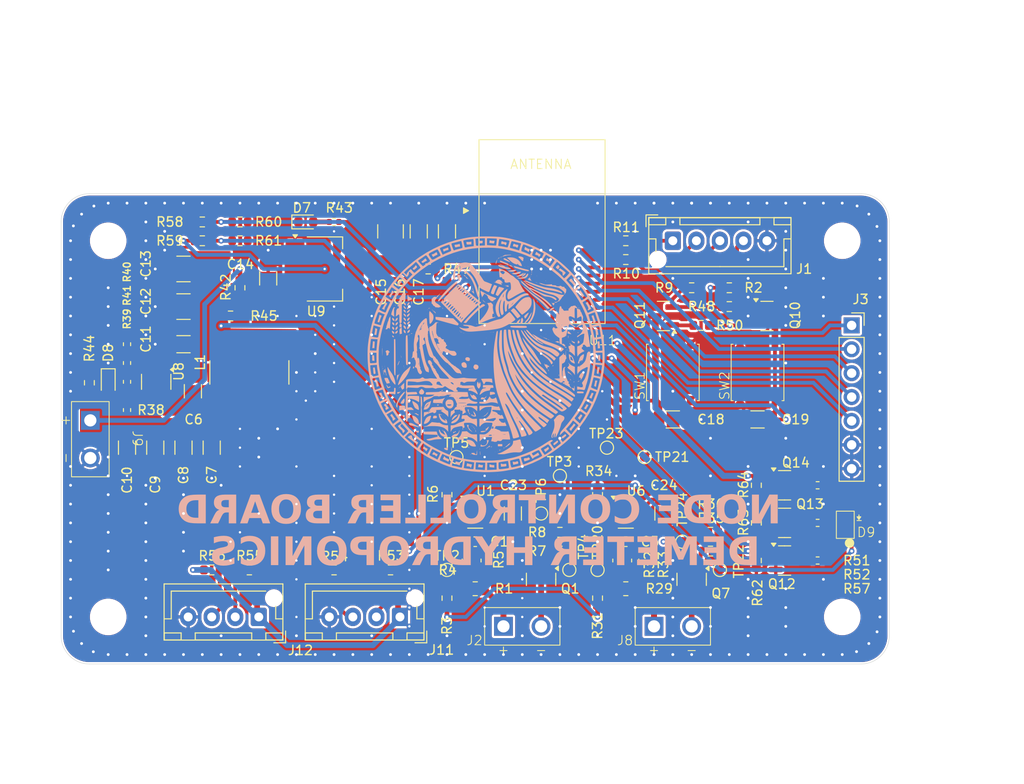
<source format=kicad_pcb>
(kicad_pcb (version 20240108) (generator "pcbnew") (generator_version "8.0")
  (layers (0 "F.Cu" signal) (1 "In1.Cu" signal) (2 "In2.Cu" signal) (31 "B.Cu" signal) (34 "B.Paste" user) (35 "F.Paste" user) (36 "B.SilkS" user "B.Silkscreen") (37 "F.SilkS" user "F.Silkscreen") (38 "B.Mask" user) (39 "F.Mask" user) (44 "Edge.Cuts" user))
  (net 0 "")
  (net 1 "Net-(U1--)")
  (net 2 "Net-(U1-+)")
  (net 3 "GND")
  (net 4 "3V3")
  (net 5 "Net-(U6-+)")
  (net 6 "Net-(U6--)")
  (net 7 "Net-(U8-CB)")
  (net 8 "Net-(U8-SW)")
  (net 9 "VIN")
  (net 10 "5V")
  (net 11 "V_SEL")
  (net 12 "/Microcontroller/BOOT")
  (net 13 "/Microcontroller/ESP_EN")
  (net 14 "Net-(D7-A)")
  (net 15 "Net-(D8-A)")
  (net 16 "Net-(D9-BK)")
  (net 17 "Net-(D9-RK)")
  (net 18 "Net-(D9-GK)")
  (net 19 "Net-(J2-Pin_1)")
  (net 20 "Net-(J8-Pin_1)")
  (net 21 "/Microcontroller/IO32")
  (net 22 "/Microcontroller/I35")
  (net 23 "/Microcontroller/I37")
  (net 24 "/Microcontroller/I36")
  (net 25 "/Microcontroller/IO19")
  (net 26 "/Microcontroller/IO22")
  (net 27 "/Microcontroller/I34")
  (net 28 "/Microcontroller/IO21")
  (net 29 "Net-(Q10-B)")
  (net 30 "Net-(Q11-B)")
  (net 31 "Net-(Q12-D)")
  (net 32 "/Microcontroller/RED")
  (net 33 "/Microcontroller/BLUE")
  (net 34 "Net-(Q13-D)")
  (net 35 "/Microcontroller/GREEN")
  (net 36 "Net-(Q14-D)")
  (net 37 "/LED Driver_1/VLED")
  (net 38 "/CURR_OUT_0")
  (net 39 "Net-(R6-Pad1)")
  (net 40 "/CURR_OUT_1")
  (net 41 "Net-(R34-Pad1)")
  (net 42 "/Power/EN")
  (net 43 "Net-(U8-FB)")
  (net 44 "/Microcontroller/UART0.RXD")
  (net 45 "/Microcontroller/UART0.TXD")
  (net 46 "/Microcontroller/CP2104.DTR")
  (net 47 "/Microcontroller/I2C0.SDA")
  (net 48 "/Microcontroller/I2C0.SCL")
  (net 49 "/Microcontroller/I2C1.SDA")
  (net 50 "/Microcontroller/I2C1.SCL")
  (net 51 "/Microcontroller/VER0")
  (net 52 "/Microcontroller/VER1")
  (net 53 "/EN{slash}DIM_0")
  (net 54 "/EN{slash}DIM_1")
  (net 55 "/Microcontroller/CP2104.RTS")
  (net 56 "/Microcontroller/CP2104.RXD")
  (net 57 "/Microcontroller/CP2104.TXD")
  (net 58 "/Microcontroller/ESP.DTR")
  (net 59 "/Microcontroller/ESP.RTS")
  (net 60 "/LED Driver_1/LED_-")
  (net 61 "/LED Driver_2/LED_-")
  (net 62 "/LED Driver_1/OUT")
  (net 63 "/LED Driver_2/OUT")
  (net 65 "/Microcontroller/IO18")
  (net 69 "/Microcontroller/IO23")
  (net 72 "/LED Driver_2/VLED")
  (footprint "Capacitor_SMD:C_1206_3216Metric" (layer "F.Cu") (at 151 77 -90)
    (property "Reference" "C23")
    (property "Value" "100nF")
  )
  (footprint "Connector_JST:JST_XH_B4B-XH-AM_1x04_P2.50mm_Vertical" (layer "F.Cu") (at 124 88 180)
    (property "Reference" "J12")
    (property "Value" "B4B-XH-AM")
  )
  (footprint "MountingHole:MountingHole_3.2mm_M3" (layer "F.Cu") (at 108 88)
    (property "Reference" "H4" (hide yes))
    (property "Value" "M3" (hide yes))
  )
  (footprint "Package_TO_SOT_SMD:SOT-23" (layer "F.Cu") (at 167 56 180)
    (property "Reference" "Q11")
    (property "Value" "BC817-25LT1G")
  )
  (footprint "Resistor_SMD:R_0805_2012Metric" (layer "F.Cu") (at 147 85)
    (property "Reference" "R1")
    (property "Value" "10mR")
  )
  (footprint "Resistor_SMD:R_0603_1608Metric" (layer "F.Cu") (at 172 79)
    (property "Reference" "R36")
    (property "Value" "10kR")
  )
  (footprint "TestPoint:TestPoint_Pad_D1.0mm" (layer "F.Cu") (at 145 71 90)
    (property "Reference" "TP5")
    (property "Value" "~")
  )
  (footprint "DEMETER_LIB:XT30" (layer "F.Cu") (at 164 91)
    (property "Reference" "J8")
    (property "Value" "XT30")
  )
  (footprint "Capacitor_SMD:C_1206_3216Metric" (layer "F.Cu") (at 117 64 -90)
    (property "Reference" "C6")
    (property "Value" "100nF")
  )
  (footprint "Resistor_SMD:R_0603_1608Metric" (layer "F.Cu") (at 122 53 -90)
    (property "Reference" "R42")
    (property "Value" "0R")
  )
  (footprint "Resistor_SMD:R_0603_1608Metric" (layer "F.Cu") (at 160 75 90)
    (property "Reference" "R34")
    (property "Value" "0R")
  )
  (footprint "Resistor_SMD:R_0402_1005Metric" (layer "F.Cu") (at 183.385 82 180)
    (property "Reference" "R57")
    (property "Value" "330R")
  )
  (footprint "Resistor_SMD:R_0402_1005Metric" (layer "F.Cu") (at 146 82 -90)
    (property "Reference" "R4")
    (property "Value" "2R")
  )
  (footprint "Capacitor_SMD:C_1206_3216Metric" (layer "F.Cu") (at 116 70 -90)
    (property "Reference" "C8")
    (property "Value" "2.2uF")
  )
  (footprint "MountingHole:MountingHole_3.2mm_M3" (layer "F.Cu") (at 186 88)
    (property "Reference" "H1" (hide yes))
    (property "Value" "M3" (hide yes))
  )
  (footprint "Package_TO_SOT_SMD:SOT-23" (layer "F.Cu") (at 179.875 74)
    (property "Reference" "Q14")
    (property "Value" "DMN3404L")
  )
  (footprint "LED_SMD:LED_0603_1608Metric" (layer "F.Cu") (at 129 46)
    (property "Reference" "D7")
    (property "Value" "QTLP601CRTR")
  )
  (footprint "TestPoint:TestPoint_Pad_D1.0mm" (layer "F.Cu") (at 160 83 90)
    (property "Reference" "TP20")
    (property "Value" "~")
  )
  (footprint "TestPoint:TestPoint_Pad_D1.0mm" (layer "F.Cu") (at 169 80 90)
    (property "Reference" "TP24")
    (property "Value" "~")
  )
  (footprint "Package_TO_SOT_SMD:SOT-23" (layer "F.Cu") (at 179.875 82)
    (property "Reference" "Q12")
    (property "Value" "DMN3404L")
  )
  (footprint "Resistor_SMD:R_0603_1608Metric" (layer "F.Cu") (at 118 46)
    (property "Reference" "R58")
    (property "Value" "10kR")
  )
  (footprint "Resistor_SMD:R_0603_1608Metric" (layer "F.Cu") (at 176.875 74 -90)
    (property "Reference" "R64")
    (property "Value" "10kR")
  )
  (footprint "LED_SMD:LED_0603_1608Metric" (layer "F.Cu") (at 108 63.1 -90)
    (property "Reference" "D8")
    (property "Value" "QTLP601CRTR")
  )
  (footprint "Resistor_SMD:R_0603_1608Metric" (layer "F.Cu") (at 172 81 180)
    (property "Reference" "R35")
    (property "Value" "0R")
  )
  (footprint "Resistor_SMD:R_0402_1005Metric" (layer "F.Cu") (at 183.385 78 180)
    (property "Reference" "R52")
    (property "Value" "330R")
  )
  (footprint "Package_TO_SOT_SMD:SOT-23" (layer "F.Cu") (at 170 84 -90)
    (property "Reference" "Q7")
    (property "Value" "DMN3404L")
  )
  (footprint "Connector_PinSocket_2.54mm:PinSocket_1x07_P2.54mm_Vertical" (layer "F.Cu") (at 187 57)
    (property "Reference" "J3")
    (property "Value" "Conn_01x07")
  )
  (footprint "Resistor_SMD:R_0603_1608Metric" (layer "F.Cu") (at 106 63.1 -90)
    (property "Reference" "R44")
    (property "Value" "4.7kR")
  )
  (footprint "Capacitor_SMD:C_1210_3225Metric" (layer "F.Cu") (at 116 55 180)
    (property "Reference" "C12")
    (property "Value" "10uF")
  )
  (footprint "Capacitor_SMD:C_1206_3216Metric" (layer "F.Cu") (at 144 47 90)
    (property "Reference" "C17")
    (property "Value" "100nF")
  )
  (footprint "Resistor_SMD:R_0603_1608Metric" (layer "F.Cu") (at 170 53)
    (property "Reference" "R9")
    (property "Value" "0R")
  )
  (footprint "Package_TO_SOT_SMD:SOT-23" (layer "F.Cu") (at 154 84 -90)
    (property "Reference" "Q1")
    (property "Value" "DMN3404L")
  )
  (footprint "Resistor_SMD:R_0603_1608Metric" (layer "F.Cu") (at 122 48)
    (property "Reference" "R61")
    (property "Value" "10kR")
  )
  (footprint "Capacitor_SMD:C_1206_3216Metric" (layer "F.Cu") (at 116 59 180)
    (property "Reference" "C11")
    (property "Value" "2.2uF")
  )
  (footprint "Resistor_SMD:R_0603_1608Metric" (layer "F.Cu") (at 163 48)
    (property "Reference" "R11")
    (property "Value" "0R")
  )
  (footprint "Resistor_SMD:R_0402_1005Metric" (layer "F.Cu") (at 162 82 -90)
    (property "Reference" "R32")
    (property "Value" "2R")
  )
  (footprint "Resistor_SMD:R_0402_1005Metric" (layer "F.Cu") (at 183.385 74 180)
    (property "Reference" "R51")
    (property "Value" "330R")
  )
  (footprint "Capacitor_SMD:C_1206_3216Metric" (layer "F.Cu") (at 177 67 180)
    (property "Reference" "C19")
    (property "Value" "100nF")
  )
  (footprint "Connector_JST:JST_XH_B4B-XH-AM_1x04_P2.50mm_Vertical" (layer "F.Cu") (at 139 88 180)
    (property "Reference" "J11")
    (property "Value" "B4B-XH-AM")
  )
  (footprint "DEMETER_LIB:EAST1616RGBB2" (layer "F.Cu") (at 187.075 79.55 90)
    (property "Reference" "D9")
    (property "Value" "EAST1616RGBB2")
  )
  (footprint "Resistor_SMD:R_0805_2012Metric" (layer "F.Cu") (at 163 85)
    (property "Reference" "R29")
    (property "Value" "10mR")
  )
  (footprint "Resistor_SMD:R_0402_1005Metric" (layer "F.Cu") (at 110 66 90)
    (property "Reference" "R38")
    (property "Value" "127kR")
  )
  (footprint "TestPoint:TestPoint_Pad_D1.0mm" (layer "F.Cu") (at 173 83 90)
    (property "Reference" "TP22")
    (property "Value" "~")
  )
  (footprint "Resistor_SMD:R_0603_1608Metric" (layer "F.Cu") (at 132 83)
    (property "Reference" "R54")
    (property "Value" "10kR")
  )
  (footprint "Resistor_SMD:R_0603_1608Metric" (layer "F.Cu") (at 144 86 90)
    (property "Reference" "R3")
    (property "Value" "0R")
  )
  (footprint "TestPoint:TestPoint_Pad_D1.0mm" (layer "F.Cu") (at 165 71 90)
    (property "Reference" "TP21")
    (property "Value" "~")
  )
  (footprint "Package_TO_SOT_SMD:SOT-23-6" (layer "F.Cu") (at 163 77)
    (property "Reference" "U6")
    (property "Value" "INA181")
  )
  (footprint "Capacitor_SMD:C_0603_1608Metric" (layer "F.Cu") (at 163 80)
    (property "Reference" "C5")
    (property "Value" "100nF")
  )
  (footprint "TestPoint:TestPoint_Pad_D1.0mm" (layer "F.Cu") (at 156 73 180)
    (property "Reference" "TP3")
    (property "Value" "~")
  )
  (footprint "Capacitor_SMD:C_1206_3216Metric" (layer "F.Cu") (at 110 70 -90)
    (property "Reference" "C10")
    (property "Value" "100nF")
  )
  (footprint "Resistor_SMD:R_0603_1608Metric" (layer "F.Cu") (at 144 75 90)
    (property "Reference" "R6")
    (property "Value" "0R")
  )
  (footprint "Resistor_SMD:R_0603_1608Metric" (layer "F.Cu") (at 156 79)
    (property "Reference" "R8")
    (property "Value" "10kR")
  )
  (footprint "Capacitor_SMD:C_1210_3225Metric" (layer "F.Cu") (at 116 51 180)
    (property "Reference" "C13")
    (property "Value" "10uF")
  )
  (footprint "Resistor_SMD:R_0603_1608Metric" (layer "F.Cu") (at 163 50)
    (property "Reference" "R10")
    (property "Value" "0R")
  )
  (footprint "Capacitor_SMD:C_1206_3216Metric" (layer "F.Cu") (at 113 70 -90)
    (property "Reference" "C9")
    (property "Value" "2.2uF")
  )
  (footprint "Capacitor_SMD:C_1206_3216Metric" (layer "F.Cu") (at 119 70 -90)
    (property "Reference" "C7")
    (property "Value" "2.2uF")
  )
  (footprint "TestPoint:TestPoint_Pad_D1.0mm" (layer "F.Cu") (at 144 83 90)
    (property "Reference" "TP2")
    (property "Value" "~")
  )
  (footprint "Connector_JST:JST_XH_B5B-XH-AM_1x05_P2.50mm_Vertical" (layer "F.Cu") (at 168 48)
    (property "Reference" "J1")
    (property "Value" "B5B-XH-AM")
  )
  (footprint "Resistor_SMD:R_0603_1608Metric" (layer "F.Cu") (at 156 81 180)
    (property "Reference" "R7")
    (property "Value" "0R")
  )
  (footprint "Resistor_SMD:R_0603_1608Metric" (layer "F.Cu") (at 160 86 90)
    (property "Reference" "R31")
    (property "Value" "0R")
  )
  (footprint "Package_TO_SOT_SMD:SOT-223-3_TabPin2" (layer "F.Cu") (at 131 51)
    (property "Reference" "U9")
    (property "Value" "LD1117S33TR_SOT223")
  )
  (footprint "Inductor_SMD:L_Bourns-SRN8040_8x8.15mm" (layer "F.Cu") (at 123 62 90)
    (property "Reference" "L1")
    (property "Value" "22uH")
  )
  (footprint "Resistor_SMD:R_0402_1005Metric" (layer "F.Cu") (at 110 61 -90)
    (property "Reference" "R41")
    (property "Value" "20kR")
  )
  (footprint "Package_TO_SOT_SMD:SOT-23-6" (layer "F.Cu") (at 147 77)
    (property "Reference" "U1")
    (property "Value" "INA181")
  )
  (footprint "Resistor_SMD:R_0603_1608Metric" (layer "F.Cu") (at 171 57 180)
    (property "Reference" "R50")
    (property "Value" "10kR")
  )
  (footprint "Capacitor_SMD:C_0603_1608Metric" (layer "F.Cu") (at 147 80)
    (property "Reference" "C1")
    (property "Value" "100nF")
  )
  (footprint "Resistor_SMD:R_0402_1005Metric" (layer "F.Cu") (at 132 46)
    (property "Reference" "R43")
    (property "Value" "330R")
  )
  (footprint "DEMETER_LIB:PTS526SK15SMTR2 LFS" (layer "F.Cu") (at 168 62 -90)
    (property "Reference" "SW1")
    (property "Value" "PTS526SK15SMTR2 LFS")
  )
  (footprint "Resistor_SMD:R_0603_1608Metric" (layer "F.Cu") (at 174 55)
    (property "Reference" "R48")
    (property "Value" "10kR")
  )
  (footprint "TestPoint:TestPoint_Pad_D1.0mm" (layer "F.Cu") (at 157 83 90)
    (property "Reference" "TP4")
    (property "Value" "~")
  )
  (footprint "DEMETER_LIB:ESP32-MINI-1" (layer "F.Cu") (at 154 50)
    (property "Reference" "U11")
    (property "Value" "ESP32-MINI-1")
  )
  (footprint "Resistor_SMD:R_0402_1005Metric" (layer "F.Cu") (at 164 82 -90)
    (property "Reference" "R33")
    (property "Value" "2R")
  )
  (footprint "Resistor_SMD:R_0402_1005Metric" (layer "F.Cu") (at 110 63 90)
    (property "Reference" "R39")
    (property "Value" "20kR")
  )
  (footprint "DEMETER_LIB:XT30" (layer "F.Cu") (at 104.1 65.1 -90)
    (property "Reference" "J9")
    (property "Value" "XT30")
  )
  (footprint "MountingHole:MountingHole_3.2mm_M3" (layer "F.Cu") (at 186 48)
    (property "Reference" "H3" (hide yes))
    (property "Value" "M3" (hide yes))
  )
  (footprint "Resistor_SMD:R_0603_1608Metric" (layer "F.Cu") (at 119 83)
    (property "Reference" "R56")
    (property "Value" "10kR")
  )
  (footprint "Package_TO_SOT_SMD:SOT-23" (layer "F.Cu") (at 179.875 78)
    (property "Reference" "Q13")
    (property "Value" "DMN3404L")
  )
  (footprint "Capacitor_SMD:C_1206_3216Metric" (layer "F.Cu") (at 167 77 -90)
    (property "Reference" "C24")
    (property "Value" "100nF")
  )
  (footprint "Resistor_SMD:R_0603_1608Metric" (layer "F.Cu") (at 176.875 82 -90)
    (property "Reference" "R62")
    (property "Value" "10kR")
  )
  (footprint "Resistor_SMD:R_0603_1608Metric" (layer "F.Cu") (at 121 56)
    (property "Reference" "R45")
    (property "Value" "0R")
  )
  (footprint "Package_TO_SOT_SMD:SOT-23-6" (layer "F.Cu") (at 113.1 63 -90)
    (property "Reference" "U8")
    (property "Value" "LMR54406FDBVR")
  )
  (footprint "Capacitor_SMD:C_1210_3225Metric" (layer "F.Cu") (at 138 47 90)
    (property "Reference" "C15")
    (property "Value" "10uF")
  )
  (footprint "Resistor_SMD:R_0402_1005Metric" (layer "F.Cu") (at 148 82 -90)
    (property "Reference" "R5")
    (property "Value" "2R")
  )
  (footprint "Resistor_SMD:R_0603_1608Metric" (layer "F.Cu") (at 174 53)
    (property "Reference" "R2")
    (property "Value" "0R")
  )
  (footprint "MountingHole:MountingHole_3.2mm_M3" (layer "F.Cu") (at 108 48)
    (property "Reference" "H2" (hide yes))
    (property "Value" "M3" (hide yes))
  )
  (footprint "TestPoint:TestPoint_Pad_D1.0mm" (layer "F.Cu") (at 154 77 90)
    (property "Reference" "TP6")
    (property "Value" "~")
  )
  (footprint "Resistor_SMD:R_0603_1608Metric" (layer "F.Cu") (at 138 83 180)
    (property "Reference" "R53")
    (property "Value" "10kR")
  )
  (footprint "Resistor_SMD:R_0603_1608Metric" (layer "F.Cu") (at 123 83 180)
    (property "Reference" "R55")
    (property "Value" "10kR")
  )
  (footprint "Capacitor_SMD:C_1206_3216Metric" (layer "F.Cu") (at 125 52 90)
    (property "Reference" "C14")
    (property "Value" "100nF")
  )
  (footprint "Capacitor_SMD:C_1206_3216Metric" (layer "F.Cu") (at 141 47 90)
    (property "Reference" "C16")
    (property "Value" "1uF")
  )
  (footprint "DEMETER_LIB:PTS526SK15SMTR2 LFS" (layer "F.Cu") (at 177 62 90)
    (property "Reference" "SW2")
    (property "Value" "PTS526SK15SMTR2 LFS")
  )
  (footprint "Package_TO_SOT_SMD:SOT-23" (layer "F.Cu") (at 178 56)
    (property "Reference" "Q10")
    (property "Value" "BC817-25LT1G")
  )
  (footprint "Resistor_SMD:R_0603_1608Metric" (layer "F.Cu") (at 142 51)
    (property "Reference" "R47")
    (property "Value" "10kR")
  )
  (footprint "Resistor_SMD:R_0603_1608Metric" (layer "F.Cu") (at 118 48)
    (property "Reference" "R59")
    (property "Value" "10kR")
  )
  (footprint "TestPoint:TestPoint_Pad_D1.0mm" (layer "F.Cu") (at 161 70 90)
    (property "Reference" "TP23")
    (property "Value" "~")
  )
  (footprint "Resistor_SMD:R_0402_1005Metric" (layer "F.Cu") (at 110 59 -90)
    (property "Reference" "R40")
    (property "Value" "105kR")
  )
  (footprint "Resistor_SMD:R_0603_1608Metric" (layer "F.Cu") (at 122 46)
    (property "Reference" "R60")
    (property "Value" "10kR")
  )
  (footprint "DEMETER_LIB:XT30" (layer "F.Cu") (at 148 91)
    (property "Reference" "J2")
    (property "Value" "XT30")
  )
  (footprint "Resistor_SMD:R_0603_1608Metric" (layer "F.Cu") (at 176.875 78 -90)
    (property "Reference" "R63")
    (property "Value" "10kR")
  )
  (footprint "Capacitor_SMD:C_1206_3216Metric" (layer "F.Cu") (at 168 67)
    (property "Reference" "C18")
    (property "Value" "100nF")
  )
  (footprint "LOGO" (layer "B.Cu") (at 148 60 180)
    (property "Reference" "G***" (hide yes))
    (property "Value" "LOGO" (hide yes))
  )
  (gr_line (start 106 93) (end 188 93) (stroke (width 0.05)) (layer "Edge.Cuts"))
  (gr_line (start 103 90) (end 103 46) (stroke (width 0.05)) (layer "Edge.Cuts"))
  (gr_arc (start 191 90) (mid 190.12132 92.12132) (end 188 93) (stroke (width 0.05)) (layer "Edge.Cuts"))
  (gr_arc (start 106 93) (mid 103.87868 92.12132) (end 103 90) (stroke (width 0.05)) (layer "Edge.Cuts"))
  (gr_line (start 188 43) (end 106 43) (stroke (width 0.05)) (layer "Edge.Cuts"))
  (gr_arc (start 103 46) (mid 103.87868 43.87868) (end 106 43) (stroke (width 0.05)) (layer "Edge.Cuts"))
  (gr_line (start 191 46) (end 191 90) (stroke (width 0.05)) (layer "Edge.Cuts"))
  (gr_arc (start 188 43) (mid 190.12132 43.87868) (end 191 46) (stroke (width 0.05)) (layer "Edge.Cuts"))
  (gr_text "DEMETER HYDROPONICS" (at 148 83 0) (layer "B.SilkS") (effects (font (size 3 3) (thickness 0.6) (bold yes)) (justify bottom mirror)))
  (gr_text "NODE CONTROLLER BOARD" (at 147.4 78.56 0) (layer "B.SilkS") (effects (font (size 3 3) (thickness 0.6) (bold yes)) (justify bottom mirror)))
  (via (at 167 80) (size 0.6) (drill 0.3) (layers "F.Cu" "B.Cu") (net 0))
  (segment (start 147.775 80.01) (end 148 80.235) (width 0.2) (layer "F.Cu") (net 1))
  (segment (start 148 80.225) (end 147.775 80) (width 0.2) (layer "F.Cu") (net 1))
  (segment (start 147.9 78.1975) (end 148.1375 77.96) (width 0.2) (layer "F.Cu") (net 1))
  (segment (start 148 80.235) (end 148 81.5) (width 0.2) (layer "F.Cu") (net 1))
  (segment (start 147.775 80.01) (end 147.9 79.885) (width 0.2) (layer "F.Cu") (net 1))
  (segment (start 147.9 79.885) (end 147.9 78.1975) (width 0.2) (layer "F.Cu") (net 1))
  (segment (start 146.1 79.885) (end 146.1 78.1975) (width 0.2) (layer "F.Cu") (net 2))
  (segment (start 146.225 80.01) (end 146 80.235) (width 0.2) (layer "F.Cu") (net 2))
  (segment (start 146.225 80.01) (end 146.1 79.885) (width 0.2) (layer "F.Cu") (net 2))
  (segment (start 146 80.235) (end 146 81.5) (width 0.2) (layer "F.Cu") (net 2))
  (segment (start 146 80.225) (end 146.225 80) (width 0.2) (layer "F.Cu") (net 2))
  (segment (start 146.1 78.1975) (end 145.8625 77.96) (width 0.2) (layer "F.Cu") (net 2))
  (segment (start 177 74.95) (end 176.875 74.825) (width 0.2) (layer "F.Cu") (net 3))
  (via (at 148 67) (size 0.6) (drill 0.25) (layers "F.Cu" "B.Cu") (net 3))
  (via (at 124 56) (size 0.6) (drill 0.25) (layers "F.Cu" "B.Cu") (net 3))
  (via (at 180 44) (size 0.6) (drill 0.3) (layers "F.Cu" "B.Cu") (net 3))
  (via (at 180 85) (size 0.6) (drill 0.3) (layers "F.Cu" "B.Cu") (net 3))
  (via (at 154 50) (size 0.6) (drill 0.3) (layers "F.Cu" "B.Cu") (net 3))
  (via (at 116 77) (size 0.6) (drill 0.3) (layers "F.Cu" "B.Cu") (net 3))
  (via (at 168 44) (size 0.6) (drill 0.3) (layers "F.Cu" "B.Cu") (net 3))
  (via (at 108 81) (size 0.6) (drill 0.3) (layers "F.Cu" "B.Cu") (net 3))
  (via (at 136 56) (size 0.6) (drill 0.25) (layers "F.Cu" "B.Cu") (net 3))
  (via (at 106.42 91.7) (size 0.6) (drill 0.3) (layers "F.Cu" "B.Cu") (net 3))
  (via (at 130 92) (size 0.6) (drill 0.3) (layers "F.Cu" "B.Cu") (net 3))
  (via (at 132 44) (size 0.6) (drill 0.3) (layers "F.Cu" "B.Cu") (net 3))
  (via (at 124 69) (size 0.6) (drill 0.3) (layers "F.Cu" "B.Cu") (net 3))
  (via (at 140 77) (size 0.6) (drill 0.25) (layers "F.Cu" "B.Cu") (net 3))
  (via (at 104 50) (size 0.6) (drill 0.3) (layers "F.Cu" "B.Cu") (net 3))
  (via (at 124 92) (size 0.6) (drill 0.3) (layers "F.Cu" "B.Cu") (net 3))
  (via (at 176 80) (size 0.6) (drill 0.3) (layers "F.Cu" "B.Cu") (net 3))
  (via (at 104 82) (size 0.6) (drill 0.3) (layers "F.Cu" "B.Cu") (net 3))
  (via (at 130 56) (size 0.6) (drill 0.25) (layers "F.Cu" "B.Cu") (net 3))
  (via (at 144 44) (size 0.6) (drill 0.3) (layers "F.Cu" "B.Cu") (net 3))
  (via (at 104 74) (size 0.6) (drill 0.3) (layers "F.Cu" "B.Cu") (net 3))
  (via (at 168 88) (size 0.6) (drill 0.3) (layers "F.Cu" "B.Cu") (net 3))
  (via (at 180 55) (size 0.6) (drill 0.3) (layers "F.Cu" "B.Cu") (net 3))
  (via (at 108 59) (size 0.6) (drill 0.3) (layers "F.Cu" "B.Cu") (net 3))
  (via (at 120 74) (size 0.6) (drill 0.3) (layers "F.Cu" "B.Cu") (net 3))
  (via (at 128 64) (size 0.6) (drill 0.25) (layers "F.Cu" "B.Cu") (net 3))
  (via (at 178 92) (size 0.6) (drill 0.3) (layers "F.Cu" "B.Cu") (net 3))
  (via (at 128 88) (size 0.6) (drill 0.25) (layers "F.Cu" "B.Cu") (net 3))
  (via (at 176 86) (size 0.6) (drill 0.3) (layers "F.Cu" "B.Cu") (net 3))
  (via (at 125 49) (size 0.6) (drill 0.3) (layers "F.Cu" "B.Cu") (net 3))
  (via (at 189.69 46.48) (size 0.6) (drill 0.3) (layers "F.Cu" "B.Cu") (net 3))
  (via (at 112 78) (size 0.6) (drill 0.3) (layers "F.Cu" "B.Cu") (net 3))
  (via (at 116 75) (size 0.6) (drill 0.3) (layers "F.Cu" "B.Cu") (net 3))
  (via (at 152 60) (size 0.6) (drill 0.3) (layers "F.Cu" "B.Cu") (net 3))
  (via (at 170 44) (size 0.6) (drill 0.3) (layers "F.Cu" "B.Cu") (net 3))
  (via (at 150 92) (size 0.6) (drill 0.3) (layers "F.Cu" "B.Cu") (net 3))
  (via (at 120 92) (size 0.6) (drill 0.3) (layers "F.Cu" "B.Cu") (net 3))
  (via (at 158 72) (size 0.6) (drill 0.25) (layers "F.Cu" "B.Cu") (net 3))
  (via (at 134 44) (size 0.6) (drill 0.3) (layers "F.Cu" "B.Cu") (net 3))
  (via (at 176 44) (size 0.6) (drill 0.3) (layers "F.Cu" "B.Cu") (net 3))
  (via (at 112 74) (size 0.6) (drill 0.3) (layers "F.Cu" "B.Cu") (net 3))
  (via (at 138 92) (size 0.6) (drill 0.3) (layers "F.Cu" "B.Cu") (net 3))
  (via (at 140 55) (size 0.6) (drill 0.3) (layers "F.Cu" "B.Cu") (net 3))
  (via (at 160 80) (size 0.6) (drill 0.3) (layers "F.Cu" "B.Cu") (net 3))
  (via (at 180 92) (size 0.6) (drill 0.3) (layers "F.Cu" "B.Cu") (net 3))
  (via (at 176 72) (size 0.6) (drill 0.3) (layers "F.Cu" "B.Cu") (net 3))
  (via (at 158 68) (size 0.6) (drill 0.25) (layers "F.Cu" "B.Cu") (net 3))
  (via (at 128 92) (size 0.6) (drill 0.3) (layers "F.Cu" "B.Cu") (net 3))
  (via (at 190 88) (size 0.6) (drill 0.3) (layers "F.Cu" "B.Cu") (net 3))
  (via (at 153 50) (size 0.6) (drill 0.3) (layers "F.Cu" "B.Cu") (net 3))
  (via (at 190 68) (size 0.6) (drill 0.3) (layers "F.Cu" "B.Cu") (net 3))
  (via (at 160 78) (size 0.6) (drill 0.3) (layers "F.Cu" "B.Cu") (net 3))
  (via (at 112 58) (size 0.6) (drill 0.3) (layers "F.Cu" "B.Cu") (net 3))
  (via (at 108 61) (size 0.6) (drill 0.3) (layers "F.Cu" "B.Cu") (net 3))
  (via (at 128 62) (size 0.6) (drill 0.3) (layers "F.Cu" "B.Cu") (net 3))
  (via (at 184 56) (size 0.6) (drill 0.3) (layers "F.Cu" "B.Cu") (net 3))
  (via (at 176 50) (size 0.6) (drill 0.3) (layers "F.Cu" "B.Cu") (net 3))
  (via (at 176 88) (size 0.6) (drill 0.3) (layers "F.Cu" "B.Cu") (net 3))
  (via (at 184 54) (size 0.6) (drill 0.3) (layers "F.Cu" "B.Cu") (net 3))
  (via (at 154 92) (size 0.6) (drill 0.3) (layers "F.Cu" "B.Cu") (net 3))
  (via (at 132 63) (size 0.6) (drill 0.25) (layers "F.Cu" "B.Cu") (net 3))
  (via (at 190 80) (size 0.6) (drill 0.3) (layers "F.Cu" "B.Cu") (net 3))
  (via (at 116 73.25) (size 0.6) (drill 0.3) (layers "F.Cu" "B.Cu") (net 3))
  (via (at 105.171573 90.828427) (size 0.6) (drill 0.3) (layers "F.Cu" "B.Cu") (net 3))
  (via (at 108 55) (size 0.6) (drill 0.3) (layers "F.Cu" "B.Cu") (net 3))
  (via (at 108 53) (size 0.6) (drill 0.3) (layers "F.Cu" "B.Cu") (net 3))
  (via (at 176 84) (size 0.6) (drill 0.3) (layers "F.Cu" "B.Cu") (net 3))
  (via (at 130 62) (size 0.6) (drill 0.25) (layers "F.Cu" "B.Cu") (net 3))
  (via (at 144 92) (size 0.6) (drill 0.3) (layers "F.Cu" "B.Cu") (net 3))
  (via (at 144 60) (size 0.6) (drill 0.25) (layers "F.Cu" "B.Cu") (net 3))
  (via (at 126 92) (size 0.6) (drill 0.3) (layers "F.Cu" "B.Cu") (net 3))
  (via (at 176 46) (size 0.6) (drill 0.3) (layers "F.Cu" "B.Cu") (net 3))
  (via (at 176 78) (size 0.6) (drill 0.3) (layers "F.Cu" "B.Cu") (net 3))
  (via (at 187.52 91.69) (size 0.6) (drill 0.3) (layers "F.Cu" "B.Cu") (net 3))
  (via (at 121 80) (size 0.6) (drill 0.25) (layers "F.Cu" "B.Cu") (net 3))
  (via (at 104 72) (size 0.6) (drill 0.3) (layers "F.Cu" "B.Cu") (net 3))
  (via (at 172 44) (size 0.6) (drill 0.3) (layers "F.Cu" "B.Cu") (net 3))
  (via (at 128 90) (size 0.6) (drill 0.3) (layers "F.Cu" "B.Cu") (net 3))
  (via (at 158.5 62) (size 0.6) (drill 0.25) (layers "F.Cu" "B.Cu") (net 3))
  (via (at 148 73) (size 0.6) (drill 0.25) (layers "F.Cu" "B.Cu") (net 3))
  (via (at 130 44) (size 0.6) (drill 0.3) (layers "F.Cu" "B.Cu") (net 3))
  (via (at 190 52) (size 0.6) (drill 0.3) (layers "F.Cu" "B.Cu") (net 3))
  (via (at 140 79) (size 0.6) (drill 0.25) (layers "F.Cu" "B.Cu") (net 3))
  (via (at 104 48) (size 0.6) (drill 0.3) (layers "F.Cu" "B.Cu") (net 3))
  (via (at 184 44) (size 0.6) (drill 0.3) (layers "F.Cu" "B.Cu") (net 3))
  (via (at 152 92) (size 0.6) (drill 0.3) (layers "F.Cu" "B.Cu") (net 3))
  (via (at 122 68) (size 0.6) (drill 0.25) (layers "F.Cu" "B.Cu") (net 3))
  (via (at 126 68) (size 0.6) (drill 0.3) (layers "F.Cu" "B.Cu") (net 3))
  (via (at 156 92) (size 0.6) (drill 0.3) (layers "F.Cu" "B.Cu") (net 3))
  (via (at 155 50) (size 0.6) (drill 0.3) (layers "F.Cu" "B.Cu") (net 3))
  (via (at 168 82) (size 0.6) (drill 0.3) (layers "F.Cu" "B.Cu") (net 3))
  (via (at 148 71) (size 0.6) (drill 0.25) (layers "F.Cu" "B.Cu") (net 3))
  (via (at 164 47) (size 0.6) (drill 0.3) (layers "F.Cu" "B.Cu") (net 3))
  (via (at 153 51) (size 0.6) (drill 0.3) (layers "F.Cu" "B.Cu") (net 3))
  (via (at 110 44) (size 0.6) (drill 0.3) (layers "F.Cu" "B.Cu") (net 3))
  (via (at 148 44) (size 0.6) (drill 0.3) (layers "F.Cu" "B.Cu") (net 3))
  (via (at 140 71) (size 0.6) (drill 0.25) (layers "F.Cu" "B.Cu") (net 3))
  (via (at 162 44) (size 0.6) (drill 0.3) (layers "F.Cu" "B.Cu") (net 3))
  (via (at 156 77) (size 0.6) (drill 0.3) (layers "F.Cu" "B.Cu") (net 3))
  (via (at 104 78) (size 0.6) (drill 0.3) (layers "F.Cu" "B.Cu") (net 3))
  (via (at 136 60) (size 0.6) (drill 0.25) (layers "F.Cu" "B.Cu") (net 3))
  (via (at 180 57) (size 0.6) (drill 0.3) (layers "F.Cu" "B.Cu") (net 3))
  (via (at 114 44) (size 0.6) (drill 0.3) (layers "F.Cu" "B.Cu") (net 3))
  (via (at 136 74) (size 0.6) (drill 0.25) (layers "F.Cu" "B.Cu") (net 3))
  (via (at 144 90) (size 0.6) (drill 0.3) (layers "F.Cu" "B.Cu") (net 3))
  (via (at 180 51) (size 0.6) (drill 0.3) (layers "F.Cu" "B.Cu") (net 3))
  (via (at 136 58) (size 0.6) (drill 0.3) (layers "F.Cu" "B.Cu") (net 3))
  (via (at 176 76) (size 0.6) (drill 0.3) (layers "F.Cu" "B.Cu") (net 3))
  (via (at 153 49) (size 0.6) (drill 0.3) (layers "F.Cu" "B.Cu") (net 3))
  (via (at 190 66) (size 0.6) (drill 0.3) (layers "F.Cu" "B.Cu") (net 3))
  (via (at 128 72) (size 0.6) (drill 0.25) (layers "F.Cu" "B.Cu") (net 3))
  (via (at 136 90) (size 0.6) (drill 0.3) (layers "F.Cu" "B.Cu") (net 3))
  (via (at 114 92) (size 0.6) (drill 0.3) (layers "F.Cu" "B.Cu") (net 3))
  (via (at 108 92) (size 0.6) (drill 0.3) (layers "F.Cu" "B.Cu") (net 3))
  (via (at 136 76) (size 0.6) (drill 0.25) (layers "F.Cu" "B.Cu") (net 3))
  (via (at 156 87) (size 0.6) (drill 0.3) (layers "F.Cu" "B.Cu") (net 3))
  (via (at 164 89) (size 0.6) (drill 0.3) (layers "F.Cu" "B.Cu") (net 3))
  (via (at 104 76) (size 0.6) (drill 0.3) (layers "F.Cu" "B.Cu") (net 3))
  (via (at 130 58) (size 0.6) (drill 0.25) (layers "F.Cu" "B.Cu") (net 3))
  (via (at 112 52) (size 0.6) (drill 0.3) (layers "F.Cu" "B.Cu") (net 3))
  (via (at 190 56) (size 0.6) (drill 0.3) (layers "F.Cu" "B.Cu") (net 3))
  (via (at 152 68) (size 0.6) (drill 0.3) (layers "F.Cu" "B.Cu") (net 3))
  (via (at 132 69) (size 0.6) (drill 0.25) (layers "F.Cu" "B.Cu") (net 3))
  (via (at 132 47) (size 0.6) (drill 0.25) (layers "F.Cu" "B.Cu") (net 3))
  (via (at 140 87) (size 0.6) (drill 0.25) (layers "F.Cu" "B.Cu") (net 3))
  (via (at 112 82) (size 0.6) (drill 0.3) (layers "F.Cu" "B.Cu") (net 3))
  (via (at 190 78) (size 0.6) (drill 0.3) (layers "F.Cu" "B.Cu") (net 3))
  (via (at 112 92) (size 0.6) (drill 0.3) (layers "F.Cu" "B.Cu") (net 3))
  (via (at 156 59.5) (size 0.6) (drill 0.25) (layers "F.Cu" "B.Cu") (net 3))
  (via (at 186 92) (size 0.6) (drill 0.3) (layers "F.Cu" "B.Cu") (net 3))
  (via (at 136 54) (size 0.6) (drill 0.25) (layers "F.Cu" "B.Cu") (net 3))
  (via (at 170 92) (size 0.6) (drill 0.3) (layers "F.Cu" "B.Cu") (net 3))
  (via (at 112 88) (size 0.6) (drill 0.3) (layers "F.Cu" "B.Cu") (net 3))
  (via (at 128 78) (size 0.6) (drill 0.25) (layers "F.Cu" "B.Cu") (net 3))
  (via (at 120 44) (size 0.6) (drill 0.3) (layers "F.Cu" "B.Cu") (net 3))
  (via (at 140 73) (size 0.6) (drill 0.25) (layers "F.Cu" "B.Cu") (net 3))
  (via (at 112 50) (size 0.6) (drill 0.3) (layers "F.Cu" "B.Cu") (net 3))
  (via (at 155 51) (size 0.6) (drill 0.3) (layers "F.Cu" "B.Cu") (net 3))
  (via (at 128 84) (size 0.6) (drill 0.25) (layers "F.Cu" "B.Cu") (net 3))
  (via (at 122 70) (size 0.6) (drill 0.25) (layers "F.Cu" "B.Cu") (net 3))
  (via (at 158 70) (size 0.6) (drill 0.25) (layers "F.Cu" "B.Cu") (net 3))
  (via (at 105.171573 45.171573) (size 0.6) (drill 0.3) (layers "F.Cu" "B.Cu") (net 3))
  (via (at 128 80) (size 0.6) (drill 0.25) (layers "F.Cu" "B.Cu") (net 3))
  (via (at 114 49) (size 0.6) (drill 0.3) (layers "F.Cu" "B.Cu") (net 3))
  (via (at 190 54) (size 0.6) (drill 0.3) (layers "F.Cu" "B.Cu") (net 3))
  (via (at 160.5 64) (size 0.6) (drill 0.25) (layers "F.Cu" "B.Cu") (net 3))
  (via (at 160 44) (size 0.6) (drill 0.3) (layers "F.Cu" "B.Cu") (net 3))
  (via (at 104 86) (size 0.6) (drill 0.3) (layers "F.Cu" "B.Cu") (net 3))
  (via (at 112 44) (size 0.6) (drill 0.3) (layers "F.Cu" "B.Cu") (net 3))
  (via (at 113 59) (size 0.6) (drill 0.3) (layers "F.Cu" "B.Cu") (net 3))
  (via (at 119 73.25) (size 0.6) (drill 0.3) (layers "F.Cu" "B.Cu") (net 3))
  (via (at 104 80) (size 0.6) (drill 0.3) (layers "F.Cu" "B.Cu") (net 3))
  (via (at 140 61) (size 0.6) (drill 0.25) (layers "F.Cu" "B.Cu") (net 3))
  (via (at 128 44) (size 0.6) (drill 0.3) (layers "F.Cu" "B.Cu") (net 3))
  (via (at 141 44) (size 0.6) (drill 0.3) (layers "F.Cu" "B.Cu") (net 3))
  (via (at 156 69) (size 0.6) (drill 0.3) (layers "F.Cu" "B.Cu") (net 3))
  (via (at 132 79) (size 0.6) (drill 0.25) (layers "F.Cu" "B.Cu") (net 3))
  (via (at 140 83) (size 0.6) (drill 0.25) (layers "F.Cu" "B.Cu") (net 3))
  (via (at 182 44) (size 0.6) (drill 0.3) (layers "F.Cu" "B.Cu") (net 3))
  (via (at 152 82) (size 0.6) (drill 0.3) (layers "F.Cu" "B.Cu") (net 3))
  (via (at 110 73) (size 0.6) (drill 0.25) (layers "F.Cu" "B.Cu") (net 3))
  (via (at 136 80) (size 0.6) (drill 0.25) (layers "F.Cu" "B.Cu") (net 3))
  (via (at 104 54) (size 0.6) (drill 0.3) (layers "F.Cu" "B.Cu") (net 3))
  (via (at 180 71) (size 0.6) (drill 0.3) (layers "F.Cu" "B.Cu") (net 3))
  (via (at 116 92) (size 0.6) (drill 0.3) (layers "F.Cu" "B.Cu") (net 3))
  (via (at 189.7 89.58) (size 0.6) (drill 0.3) (layers "F.Cu" "B.Cu") (net 3))
  (via (at 190 74) (size 0.6) (drill 0.3) (layers "F.Cu" "B.Cu") (net 3))
  (via (at 174 44) (size 0.6) (drill 0.3) (layers "F.Cu" "B.Cu") (net 3))
  (via (at 104 62) (size 0.6) (drill 0.3) (layers "F.Cu" "B.Cu") (net 3))
  (via (at 166 92) (size 0.6) (drill 0.3) (layers "F.Cu" "B.Cu") (net 3))
  (via (at 190 62) (size 0.6) (drill 0.3) (layers "F.Cu" "B.Cu") (net 3))
  (via (at 104 58) (size 0.6) (drill 0.3) (layers "F.Cu" "B.Cu") (net 3))
  (via (at 190 70) (size 0.6) (drill 0.3) (layers "F.Cu" "B.Cu") (net 3))
  (via (at 140 85) (size 0.6) (drill 0.25) (layers "F.Cu" "B.Cu") (net 3))
  (via (at 168 52) (size 0.6) (drill 0.3) (layers "F.Cu" "B.Cu") (net 3))
  (via (at 152 70) (size 0.6) (drill 0.3) (layers "F.Cu" "B.Cu") (net 3))
  (via (at 129 65) (size 0.6) (drill 0.25) (layers "F.Cu" "B.Cu") (net 3))
  (via (at 172 92) (size 0.6) (drill 0.3) (layers "F.Cu" "B.Cu") (net 3))
  (via (at 164 92) (size 0.6) (drill 0.3) (layers "F.Cu" "B.Cu") (net 3))
  (via (at 168 90) (size 0.6) (drill 0.3) (layers "F.Cu" "B.Cu") (net 3))
  (via (at 182 92) (size 0.6) (drill 0.3) (layers "F.Cu" "B.Cu") (net 3))
  (via (at 190 58) (size 0.6) (drill 0.3) (layers "F.Cu" "B.Cu") (net 3))
  (via (at 132 75) (size 0.6) (drill 0.25) (layers "F.Cu" "B.Cu") (net 3))
  (via (at 156 65) (size 0.6) (drill 0.3) (layers "F.Cu" "B.Cu") (net 3))
  (via (at 130 64) (size 0.6) (drill 0.25) (layers "F.Cu" "B.Cu") (net 3))
  (via (at 108 77) (size 0.6) (drill 0.3) (layers "F.Cu" "B.Cu") (net 3))
  (via (at 116 44) (size 0.6) (drill 0.3) (layers "F.Cu" "B.Cu") (net 3))
  (via (at 148 87) (size 0.6) (drill 0.25) (layers "F.Cu" "B.Cu") (net 3))
  (via (at 136 92) (size 0.6) (drill 0.3) (layers "F.Cu" "B.Cu") (net 3))
  (via (at 112 90) (size 0.6) (drill 0.3) (layers "F.Cu" "B.Cu") (net 3))
  (via (at 132 92) (size 0.6) (drill 0.3) (layers "F.Cu" "B.Cu") (net 3))
  (via (at 168 86) (size 0.6) (drill 0.3) (layers "F.Cu" "B.Cu") (net 3))
  (via (at 140 92) (size 0.6) (drill 0.3) (layers "F.Cu" "B.Cu") (net 3))
  (via (at 155 49) (size 0.6) (drill 0.3) (layers "F.Cu" "B.Cu") (net 3))
  (via (at 118 92) (size 0.6) (drill 0.3) (layers "F.Cu" "B.Cu") (net 3))
  (via (at 108 57) (size 0.6) (drill 0.3) (layers "F.Cu" "B.Cu") (net 3))
  (via (at 172 87) (size 0.6) (drill 0.3) (layers "F.Cu" "B.Cu") (net 3))
  (via (at 176 92) (size 0.6) (drill 0.3) (layers "F.Cu" "B.Cu") (net 3))
  (via (at 184 84) (size 0.6) (drill 0.3) (layers "F.Cu" "B.Cu") (net 3))
  (via (at 162 92) (size 0.6) (drill 0.3) (layers "F.Cu" "B.Cu") (net 3))
  (via (at 128 67) (size 0.6) (drill 0.25) (layers "F.Cu" "B.Cu") (net 3))
  (via (at 148 69) (size 0.6) (drill 0.25) (layers "F.Cu" "B.Cu") (net 3))
  (via (at 162 73) (size 0.6) (drill 0.25) (layers "F.Cu" "B.Cu") (net 3))
  (via (at 108 75) (size 0.6) (drill 0.3) (layers "F.Cu" "B.Cu") (net 3))
  (via (at 122 72) (size 0.6) (drill 0.25) (layers "F.Cu" "B.Cu") (net 3))
  (via (at 140 75) (size 0.6) (drill 0.25) (layers "F.Cu" "B.Cu") (net 3))
  (via (at 168 92) (size 0.6) (drill 0.3) (layers "F.Cu" "B.Cu") (net 3))
  (via (at 184 52) (size 0.6) (drill 0.3) (layers "F.Cu" "B.Cu") (net 3))
  (via (at 190 82) (size 0.6) (drill 0.3) (layers "F.Cu" "B.Cu") (net 3))
  (via (at 144 64) (size 0.6) (drill 0.25) (layers "F.Cu" "B.Cu") (net 3))
  (via (at 164 73) (size 0.6) (drill 0.3) (layers "F.Cu" "B.Cu") (net 3))
  (via (at 128 82) (size 0.6) (drill 0.25) (layers "F.Cu" "B.Cu") (net 3))
  (via (at 190 76) (size 0.6) (drill 0.3) (layers "F.Cu" "B.Cu") (net 3))
  (via (at 168 46) (size 0.6) (drill 0.3) (layers "F.Cu" "B.Cu") (net 3))
  (via (at 112 48) (size 0.6) (drill 0.3) (layers "F.Cu" "B.Cu") (net 3))
  (via (at 154 60) (size 0.6) (drill 0.25) (layers "F.Cu" "B.Cu") (net 3))
  (via (at 113 55) (size 0.6) (drill 0.3) (layers "F.Cu" "B.Cu") (net 3))
  (via (at 172 44) (size 0.6) (drill 0.3) (layers "F.Cu" "B.Cu") (net 3))
  (via (at 159 65) (size 0.6) (drill 0.25) (layers "F.Cu" "B.Cu") (net 3))
  (via (at 156 71) (size 0.6) (drill 0.3) (layers "F.Cu" "B.Cu") (net 3))
  (via (at 161 67) (size 0.6) (drill 0.25) (layers "F.Cu" "B.Cu") (net 3))
  (via (at 126 56) (size 0.6) (drill 0.25) (layers "F.Cu" "B.Cu") (net 3))
  (via (at 152 72) (size 0.6) (drill 0.3) (layers "F.Cu" "B.Cu") (net 3))
  (via (at 108 73) (size 0.6) (drill 0.3) (layers "F.Cu" "B.Cu") (net 3))
  (via (at 144 56) (size 0.6) (drill 0.25) (layers "F.Cu" "B.Cu") (net 3))
  (via (at 112 56) (size 0.6) (drill 0.3) (layers "F.Cu" "B.Cu") (net 3))
  (via (at 170 44) (size 0.6) (drill 0.3) (layers "F.Cu" "B.Cu") (net 3))
  (via (at 168 58) (size 0.6) (drill 0.3) (layers "F.Cu" "B.Cu") (net 3))
  (via (at 126 44) (size 0.6) (drill 0.3) (layers "F.Cu" "B.Cu") (net 3))
  (via (at 190 60) (size 0.6) (drill 0.3) (layers "F.Cu" "B.Cu") (net 3))
  (via (at 132 73) (size 0.6) (drill 0.25) (layers "F.Cu" "B.Cu") (net 3))
  (via (at 180 89) (size 0.6) (drill 0.3) (layers "F.Cu" "B.Cu") (net 3))
  (via (at 156 75) (size 0.6) (drill 0.3) (layers "F.Cu" "B.Cu") (net 3))
  (via (at 184 92) (size 0.6) (drill 0.3) (layers "F.Cu" "B.Cu") (net 3))
  (via (at 152 84) (size 0.6) (drill 0.25) (layers "F.Cu" "B.Cu") (net 3))
  (via (at 166 74) (size 0.6) (drill 0.25) (layers "F.Cu" "B.Cu") (net 3))
  (via (at 158 92) (size 0.6) (drill 0.3) (layers "F.Cu" "B.Cu") (net 3))
  (via (at 138 44) (size 0.6) (drill 0.3) (layers "F.Cu" "B.Cu") (net 3))
  (via (at 112 86) (size 0.6) (drill 0.3) (layers "F.Cu" "B.Cu") (net 3))
  (via (at 170 44) (size 0.6) (drill 0.3) (layers "F.Cu" "B.Cu") (net 3))
  (via (at 180 49) (size 0.6) (drill 0.3) (layers "F.Cu" "B.Cu") (net 3))
  (via (at 112 54) (size 0.6) (drill 0.3) (layers "F.Cu" "B.Cu") (net 3))
  (via (at 164 87) (size 0.6) (drill 0.3) (layers "F.Cu" "B.Cu") (net 3))
  (via (at 172 69) (size 0.6) (drill 0.3) (layers "F.Cu" "B.Cu") (net 3))
  (via (at 113 51) (size 0.6) (drill 0.3) (layers "F.Cu" "B.Cu") (net 3))
  (via (at 152 64) (size 0.6) (drill 0.3) (layers "F.Cu" "B.Cu") (net 3))
  (via (at 104 56) (size 0.6) (drill 0.3) (layers "F.Cu" "B.Cu") (net 3))
  (via (at 140 57) (size 0.6) (drill 0.25) (layers "F.Cu" "B.Cu") (net 3))
  (via (at 152 90) (size 0.6) (drill 0.3) (layers "F.Cu" "B.Cu") (net 3))
  (via (at 172 89) (size 0.6) (drill 0.3) (layers "F.Cu" "B.Cu") (net 3))
  (via (at 136 68) (size 0.6) (drill 0.25) (layers "F.Cu" "B.Cu") (net 3))
  (via (at 180 47) (size 0.6) (drill 0.3) (layers "F.Cu" "B.Cu") (net 3))
  (via (at 154 57.5) (size 0.6) (drill 0.25) (layers "F.Cu" "B.Cu") (net 3))
  (via (at 165 63) (size 0.6) (drill 0.25) (layers "F.Cu" "B.Cu") (net 3))
  (via (at 160 90) (size 0.6) (drill 0.3) (layers "F.Cu" "B.Cu") (net 3))
  (via (at 166 44) (size 0.6) (drill 0.3) (layers "F.Cu" "B.Cu") (net 3))
  (via (at 142 92) (size 0.6) (drill 0.3) (layers "F.Cu" "B.Cu") (net 3))
  (via (at 176 52) (size 0.6) (drill 0.3) (layers "F.Cu" "B.Cu") (net 3))
  (via (at 155 63) (size 0.6) (drill 0.25) (layers "F.Cu" "B.Cu") (net 3))
  (via (at 113 73.25) (size 0.6) (drill 0.3) (layers "F.Cu" "B.Cu") (net 3))
  (via (at 186 44) (size 0.6) (drill 0.3) (layers "F.Cu" "B.Cu") (net 3))
  (via (at 132 57) (size 0.6) (drill 0.25) (layers "F.Cu" "B.Cu") (net 3))
  (via (at 112 76) (size 0.6) (drill 0.3) (layers "F.Cu" "B.Cu") (net 3))
  (via (at 188.828427 90.828427) (size 0.6) (drill 0.3) (layers "F.Cu" "B.Cu") (net 3))
  (via (at 190 48) (size 0.6) (drill 0.3) (layers "F.Cu" "B.Cu") (net 3))
  (via (at 172 73) (size 0.6) (drill 0.3) (layers "F.Cu" "B.Cu") (net 3))
  (via (at 106.48 44.31) (size 0.6) (drill 0.3) (layers "F.Cu" "B.Cu") (net 3))
  (via (at 116 81) (size 0.6) (drill 0.3) (layers "F.Cu" "B.Cu") (net 3))
  (via (at 166 44) (size 0.6) (drill 0.3) (layers "F.Cu" "B.Cu") (net 3))
  (via (at 136 72) (size 0.6) (drill 0.25) (layers "F.Cu" "B.Cu") (net 3))
  (via (at 134 92) (size 0.6) (drill 0.3) (layers "F.Cu" "B.Cu") (net 3))
  (via (at 116 79) (size 0.6) (drill 0.3) (layers "F.Cu" "B.Cu") (net 3))
  (via (at 148 89) (size 0.6) (drill 0.25) (layers "F.Cu" "B.Cu") (net 3))
  (via (at 108 71) (size 0.6) (drill 0.3) (layers "F.Cu" "B.Cu") (net 3))
  (via (at 154 51) (size 0.6) (drill 0.3) (layers "F.Cu" "B.Cu") (net 3))
  (via (at 104.3 46.42) (size 0.6) (drill 0.3) (layers "F.Cu" "B.Cu") (net 3))
  (via (at 176 90) (size 0.6) (drill 0.3) (layers "F.Cu" "B.Cu") (net 3))
  (via (at 128 76) (size 0.6) (drill 0.25) (layers "F.Cu" "B.Cu") (net 3))
  (via (at 152 88) (size 0.6) (drill 0.25) (layers "F.Cu" "B.Cu") (net 3))
  (via (at 154 49) (size 0.6) (drill 0.3) (layers "F.Cu" "B.Cu") (net 3))
  (via (at 108 83) (size 0.6) (drill 0.3) (layers "F.Cu" "B.Cu") (net 3))
  (via (at 144 78) (size 0.6) (drill 0.25) (layers "F.Cu" "B.Cu") (net 3))
  (via (at 180 69) (size 0.6) (drill 0.3) (layers "F.Cu" "B.Cu") (net 3))
  (via (at 140 89) (size 0.6) (drill 0.25) (layers "F.Cu" "B.Cu") (net 3))
  (via (at 184 76) (size 0.6) (drill 0.3) (layers "F.Cu" "B.Cu") (net 3))
  (via (at 180 61) (size 0.6) (drill 0.3) (layers "F.Cu" "B.Cu") (net 3))
  (via (at 104 60) (size 0.6) (drill 0.3) (layers "F.Cu" "B.Cu") (net 3))
  (via (at 156.5 62.5) (size 0.6) (drill 0.25) (layers "F.Cu" "B.Cu") (net 3))
  (via (at 118 44) (size 0.6) (drill 0.3) (layers "F.Cu" "B.Cu") (net 3))
  (via (at 121 82) (size 0.6) (drill 0.25) (layers "F.Cu" "B.Cu") (net 3))
  (via (at 153 62) (size 0.6) (drill 0.25) (layers "F.Cu" "B.Cu") (net 3))
  (via (at 156 89) (size 0.6) (drill 0.3) (layers "F.Cu" "B.Cu") (net 3))
  (via (at 130 60) (size 0.6) (drill 0.3) (layers "F.Cu" "B.Cu") (net 3))
  (via (at 171 67) (size 0.6) (drill 0.3) (layers "F.Cu" "B.Cu") (net 3))
  (via (at 148 59) (size 0.6) (drill 0.25) (layers "F.Cu" "B.Cu") (net 3))
  (via (at 178 44) (size 0.6) (drill 0.3) (layers "F.Cu" "B.Cu") (net 3))
  (via (at 148 65) (size 0.6) (drill 0.25) (layers "F.Cu" "B.Cu") (net 3))
  (via (at 174 92) (size 0.6) (drill 0.3) (layers "F.Cu" "B.Cu") (net 3))
  (via (at 190 84) (size 0.6) (drill 0.3) (layers "F.Cu" "B.Cu") (net 3))
  (via (at 190 72) (size 0.6) (drill 0.3) (layers "F.Cu" "B.Cu") (net 3))
  (via (at 190 50) (size 0.6) (drill 0.3) (layers "F.Cu" "B.Cu") (net 3))
  (via (at 148 92) (size 0.6) (drill 0.3) (layers "F.Cu" "B.Cu") (net 3))
  (via (at 124 71) (size 0.6) (drill 0.3) (layers "F.Cu" "B.Cu") (net 3))
  (via (at 122 44) (size 0.6) (drill 0.3) (layers "F.Cu" "B.Cu") (net 3))
  (via (at 152 66) (size 0.6) (drill 0.3) (layers "F.Cu" "B.Cu") (net 3))
  (via (at 146 44) (size 0.6) (drill 0.3) (layers "F.Cu" "B.Cu") (net 3))
  (via (at 108 44) (size 0.6) (drill 0.3) (layers "F.Cu" "B.Cu") (net 3))
  (via (at 160 92) (size 0.6) (drill 0.3) (layers "F.Cu" "B.Cu") (net 3))
  (via (at 190 86) (size 0.6) (drill 0.3) (layers "F.Cu" "B.Cu") (net 3))
  (via (at 108 79) (size 0.6) (drill 0.3) (layers "F.Cu" "B.Cu") (net 3))
  (via (at 114 47) (size 0.6) (drill 0.3) (layers "F.Cu" "B.Cu") (net 3))
  (via (at 168 64) (size 0.6) (drill 0.3) (layers "F.Cu" "B.Cu") (net 3))
  (via (at 132 59) (size 0.6) (drill 0.25) (layers "F.Cu" "B.Cu") (net 3))
  (via (at 190 64) (size 0.6) (drill 0.3) (layers "F.Cu" "B.Cu") (net 3))
  (via (at 176 54) (size 0.6) (drill 0.3) (layers "F.Cu" "B.Cu") (net 3))
  (via (at 104 64) (size 0.6) (drill 0.3) (layers "F.Cu" "B.Cu") (net 3))
  (via (at 146 92) (size 0.6) (drill 0.3) (layers "F.Cu" "B.Cu") (net 3))
  (via (at 132 61) (size 0.6) (drill 0.25) (layers "F.Cu" "B.Cu") (net 3))
  (via (at 148 57) (size 0.6) (drill 0.25) (layers "F.Cu" "B.Cu") (net 3))
  (via (at 136 78) (size 0.6) (drill 0.25) (layers "F.Cu" "B.Cu") (net 3))
  (via (at 180 53) (size 0.6) (drill 0.3) (layers "F.Cu" "B.Cu") (net 3))
  (via (at 132 77) (size 0.6) (drill 0.25) (layers "F.Cu" "B.Cu") (net 3))
  (via (at 132 55) (size 0.6) (drill 0.25) (layers "F.Cu" "B.Cu") (net 3))
  (via (at 104 84) (size 0.6) (drill 0.3) (layers "F.Cu" "B.Cu") (net 3))
  (via (at 104 88) (size 0.6) (drill 0.3) (layers "F.Cu" "B.Cu") (net 3))
  (via (at 122 79) (size 0.6) (drill 0.25) (layers "F.Cu" "B.Cu") (net 3))
  (via (at 124 77) (size 0.6) (drill 0.25) (layers "F.Cu" "B.Cu") (net 3))
  (via (at 184 72) (size 0.6) (drill 0.3) (layers "F.Cu" "B.Cu") (net 3))
  (via (at 104 52) (size 0.6) (drill 0.3) (layers "F.Cu" "B.Cu") (net 3))
  (via (at 112 84) (size 0.6) (drill 0.3) (layers "F.Cu" "B.Cu") (net 3))
  (via (at 164 44) (size 0.6) (drill 0.3) (layers "F.Cu" "B.Cu") (net 3))
  (via (at 168 84) (size 0.6) (drill 0.3) (layers "F.Cu" "B.Cu") (net 3))
  (via (at 151 80) (size 0.6) (drill 0.3) (layers "F.Cu" "B.Cu") (net 3))
  (via (at 112 80) (size 0.6) (drill 0.3) (layers "F.Cu" "B.Cu") (net 3))
  (via (at 180 87) (size 0.6) (drill 0.3) (layers "F.Cu" "B.Cu") (net 3))
  (via (at 110 92) (size 0.6) (drill 0.3) (layers "F.Cu" "B.Cu") (net 3))
  (via (at 176 56) (size 0.6) (drill 0.3) (layers "F.Cu" "B.Cu") (net 3))
  (via (at 158 66) (size 0.6) (drill 0.25) (layers "F.Cu" "B.Cu") (net 3))
  (via (at 136 44) (size 0.6) (drill 0.3) (layers "F.Cu" "B.Cu") (net 3))
  (via (at 187.58 44.3) (size 0.6) (drill 0.3) (layers "F.Cu" "B.Cu") (net 3))
  (via (at 120 90) (size 0.6) (drill 0.3) (layers "F.Cu" "B.Cu") (net 3))
  (via (at 128 56) (size 0.6) (drill 0.25) (layers "F.Cu" "B.Cu") (net 3))
  (via (at 188.828427 45.171573) (size 0.6) (drill 0.3) (layers "F.Cu" "B.Cu") (net 3))
  (via (at 112 46) (size 0.6) (drill 0.3) (layers "F.Cu" "B.Cu") (net 3))
  (via (at 152 86) (size 0.6) (drill 0.25) (layers "F.Cu" "B.Cu") (net 3))
  (via (at 122 92) (size 0.6) (drill 0.3) (layers "F.Cu" "B.Cu") (net 3))
  (via (at 140 65) (size 0.6) (drill 0.25) (layers "F.Cu" "B.Cu") (net 3))
  (via (at 124 44) (size 0.6) (drill 0.3) (layers "F.Cu" "B.Cu") (net 3))
  (via (at 104.31 89.52) (size 0.6) (drill 0.3) (layers "F.Cu" "B.Cu") (net 3))
  (segment (start 123.825 87.825) (end 124 88) (width 0.6) (layer "F.Cu") (net 4))
  (segment (start 140 81) (end 138.825 82.175) (width 0.4) (layer "F.Cu") (net 4))
  (segment (start 187 81) (end 187 79.275) (width 0.4) (layer "F.Cu") (net 4))
  (segment (start 134.15 46.75) (end 134.15 51) (width 0.4) (layer "F.Cu") (net 4))
  (segment (start 139 88) (end 138.8 87.8) (width 0.6) (layer "F.Cu") (net 4))
  (segment (start 187 79.275) (end 186.775 79.05) (width 0.4) (layer "F.Cu") (net 4))
  (segment (start 138 48.475) (end 144 48.475) (width 0.4) (layer "F.Cu") (net 4))
  (segment (start 136.675 48.475) (end 138 48.475) (width 0.4) (layer "F.Cu") (net 4))
  (segment (start 148.1375 76.05) (end 149.05 76.05) (width 0.4) (layer "F.Cu") (net 4))
  (segment (start 138.825 82.175) (end 138.825 83) (width 0.4) (layer "F.Cu") (net 4))
  (segment (start 165.775 75.525) (end 167 75.525) (width 0.4) (layer "F.Cu") (net 4))
  (segment (start 118.175 83) (end 117 83) (width 0.6) (layer "F.Cu") (net 4))
  (segment (start 147.075 46.525) (end 145.125 48.475) (width 0.4) (layer "F.Cu") (net 4))
  (segment (start 132.51 46) (end 133.4 46) (width 0.4) (layer "F.Cu") (net 4))
  (segment (start 123.825 83) (end 123.825 87.825) (width 0.6) (layer "F.Cu") (net 4))
  (segment (start 148.1 46.525) (end 147.075 46.525) (width 0.4) (layer "F.Cu") (net 4))
  (segment (start 151 74) (end 151 75.525) (width 0.4) (layer "F.Cu") (net 4))
  (segment (start 134.45 50.7) (end 134.5 50.7) (width 0.635) (layer "F.Cu") (net 4))
  (segment (start 138.8 83.025) (end 138.825 83) (width 0.6) (layer "F.Cu") (net 4))
  (segment (start 131.175 83) (end 123.825 83) (width 0.6) (layer "F.Cu") (net 4))
  (segment (start 138.8 87.8) (end 138.8 83.025) (width 0.6) (layer "F.Cu") (net 4))
  (segment (start 133.4 46) (end 134.15 46.75) (width 0.4) (layer "F.Cu") (net 4))
  (segment (start 164.1375 76.05) (end 165.25 76.05) (width 0.4) (layer "F.Cu") (net 4))
  (segment (start 134.15 51) (end 134.45 50.7) (width 0.635) (layer "F.Cu") (net 4))
  (segment (start 145.125 48.475) (end 144 48.475) (width 0.4) (layer "F.Cu") (net 4))
  (segment (start 134.5 50.7) (end 134.675 50.525) (width 0.635) (layer "F.Cu") (net 4))
  (segment (start 116 48) (end 117.175 48) (width 0.4) (layer "F.Cu") (net 4))
  (segment (start 149.575 75.525) (end 151 75.525) (width 0.4) (layer "F.Cu") (net 4))
  (segment (start 165.25 76.05) (end 165.775 75.525) (width 0.4) (layer "F.Cu") (net 4))
  (segment (start 141 48.475) (end 144 48.475) (width 0.4) (layer "F.Cu") (net 4))
  (segment (start 149.05 76.05) (end 149.575 75.525) (width 0.4) (layer "F.Cu") (net 4))
  (segment (start 164 75.9125) (end 164.1375 76.05) (width 0.4) (layer "F.Cu") (net 4))
  (segment (start 141.175 51) (end 141.175 48.65) (width 0.4) (layer "F.Cu") (net 4))
  (segment (start 134.15 51) (end 136.675 48.475) (width 0.4) (layer "F.Cu") (net 4))
  (segment (start 117.175 46) (end 117.175 48) (width 0.4) (layer "F.Cu") (net 4))
  (segment (start 164 74) (end 164 75.9125) (width 0.4) (layer "F.Cu") (net 4))
  (via (at 140 81) (size 0.6) (drill 0.3) (layers "F.Cu" "B.Cu") (net 4))
  (via (at 151 74) (size 0.6) (drill 0.3) (layers "F.Cu" "B.Cu") (net 4))
  (via (at 164 74) (size 0.6) (drill 0.3) (layers "F.Cu" "B.Cu") (net 4))
  (via (at 117 83) (size 0.6) (drill 0.3) (layers "F.Cu" "B.Cu") (net 4))
  (via (at 131 51) (size 0.6) (drill 0.25) (layers "F.Cu" "B.Cu") (net 4))
  (via (at 187 81) (size 0.6) (drill 0.3) (layers "F.Cu" "B.Cu") (net 4))
  (via (at 116 48) (size 0.6) (drill 0.25) (layers "F.Cu" "B.Cu") (net 4))
  (segment (start 185 83) (end 187 81) (width 0.4) (layer "B.Cu") (net 4))
  (segment (start 136.131371 91) (end 139 88.131371) (width 0.6) (layer "B.Cu") (net 4))
  (segment (start 127 91) (end 136.131371 91) (width 0.6) (layer "B.Cu") (net 4))
  (segment (start 118.9 83) (end 117 83) (width 0.6) (layer "B.Cu") (net 4))
  (segment (start 124 88) (end 127 91) (width 0.6) (layer "B.Cu") (net 4))
  (segment (start 164 74) (end 173 83) (width 0.4) (layer "B.Cu") (net 4))
  (segment (start 147 74) (end 151 74) (width 0.4) (layer "B.Cu") (net 4))
  (segment (start 131 51) (end 124.5 51) (width 0.4) (layer "B.Cu") (net 4))
  (segment (start 139 88.131371) (end 139 88) (width 0.6) (layer "B.Cu") (net 4))
  (segment (start 117.5 49.5) (end 116 48) (width 0.4) (layer "B.Cu") (net 4))
  (segment (start 173 83) (end 185 83) (width 0.4) (layer "B.Cu") (net 4))
  (segment (start 123.868629 88) (end 119 83.131371) (width 0.6) (layer "B.Cu") (net 4))
  (segment (start 124.5 51) (end 123 49.5) (width 0.4) (layer "B.Cu") (net 4))
  (segment (start 119 83.131371) (end 119 83.1) (width 0.6) (layer "B.Cu") (net 4))
  (segment (start 151 74) (end 164 74) (width 0.4) (layer "B.Cu") (net 4))
  (segment (start 123 49.5) (end 117.5 49.5) (width 0.4) (layer "B.Cu") (net 4))
  (segment (start 124 88) (end 123.868629 88) (width 0.6) (layer "B.Cu") (net 4))
  (segment (start 119 83.1) (end 118.9 83) (width 0.6) (layer "B.Cu") (net 4))
  (segment (start 140 81) (end 147 74) (width 0.4) (layer "B.Cu") (net 4))
  (segment (start 162 80.225) (end 162 81.49) (width 0.2) (layer "F.Cu") (net 5))
  (segment (start 162.1 79.875) (end 162.1 78.1875) (width 0.2) (layer "F.Cu") (net 5))
  (segment (start 162.225 80) (end 162.1 79.875) (width 0.2) (layer "F.Cu") (net 5))
  (segment (start 162.225 80) (end 162 80.225) (width 0.2) (layer "F.Cu") (net 5))
  (segment (start 162.1 78.1875) (end 161.8625 77.95) (width 0.2) (layer "F.Cu") (net 5))
  (segment (start 163.9 79.875) (end 163.9 78.1875) (width 0.2) (layer "F.Cu") (net 6))
  (segment (start 163.775 80) (end 163.9 79.875) (width 0.2) (layer "F.Cu") (net 6))
  (segment (start 163.9 78.1875) (end 164.1375 77.95) (width 0.2) (layer "F.Cu") (net 6))
  (segment (start 163.775 80) (end 164 80.225) (width 0.2) (layer "F.Cu") (net 6))
  (segment (start 164 80.225) (end 164 81.49) (width 0.2) (layer "F.Cu") (net 6))
  (segment (start 106.1 67.1) (end 109.41 67.1) (width 0.4) (layer "F.Cu") (net 9))
  (segment (start 108.575 67.1) (end 110 68.525) (width 0.4) (layer "F.Cu") (net 9))
  (segment (start 111.575 67.1) (end 106.1 67.1) (width 0.4) (layer "F.Cu") (net 9))
  (segment (start 116 68.525) (end 113 68.525) (width 0.4) (layer "F.Cu") (net 9))
  (segment (start 113 68.525) (end 113 64.2375) (width 0.4) (layer "F.Cu") (net 9))
  (segment (start 106 67) (end 106.1 67.1) (width 0.5) (layer "F.Cu") (net 9))
  (segment (start 113 64.2375) (end 113.1 64.1375) (width 0.4) (layer "F.Cu") (net 9))
  (segment (start 106 63.925) (end 106 67) (width 0.5) (layer "F.Cu") (net 9))
  (segment (start 113 68.525) (end 111.575 67.1) (width 0.4) (layer "F.Cu") (net 9))
  (segment (start 116 68.525) (end 119 68.525) (width 0.4) (layer "F.Cu") (net 9))
  (segment (start 106.1 67.1) (end 108.575 67.1) (width 0.4) (layer "F.Cu") (net 9))
  (segment (start 109.41 67.1) (end 110 66.51) (width 0.4) (layer "F.Cu") (net 9))
  (segment (start 122 52.175) (end 122 51) (width 0.5) (layer "F.Cu") (net 9))
  (via (at 122 51) (size 0.6) (drill 0.3) (layers "F.Cu" "B.Cu") (net 9))
  (segment (start 113.9 67.1) (end 106.1 67.1) (width 0.5) (layer "B.Cu") (net 9))
  (segment (start 122 51) (end 118.25 54.75) (width 0.5) (layer "B.Cu") (net 9))
  (segment (start 118.25 62.75) (end 113.9 67.1) (width 0.5) (layer "B.Cu") (net 9))
  (segment (start 118.25 54.75) (end 118.25 62.75) (width 0.5) (layer "B.Cu") (net 9))
  (segment (start 141 77) (end 141 83.825) (width 0.5) (layer "F.Cu") (net 10))
  (segment (start 120 57.05) (end 119.95 57) (width 0.5) (layer "F.Cu") (net 10))
  (segment (start 144 86.825) (end 144 88) (width 0.5) (layer "F.Cu") (net 10))
  (segment (start 141 83.825) (end 144 86.825) (width 0.4) (layer "F.Cu") (net 10))
  (segment (start 119.95 57) (end 111.49 57) (width 0.5) (layer "F.Cu") (net 10))
  (segment (start 111.49 57) (end 110 58.49) (width 0.5) (layer "F.Cu") (net 10))
  (segment (start 160 88) (end 160 86.825) (width 0.5) (layer "F.Cu") (net 10))
  (via (at 141 77) (size 0.6) (drill 0.3) (layers "F.Cu" "B.Cu") (net 10))
  (via (at 144 88) (size 0.6) (drill 0.3) (layers "F.Cu" "B.Cu") (net 10))
  (via (at 160 88) (size 0.6) (drill 0.3) (layers "F.Cu" "B.Cu") (net 10))
  (via (at 120 57.05) (size 0.6) (drill 0.3) (layers "F.Cu" "B.Cu") (net 10))
  (segment (start 157 85) (end 160 88) (width 0.4) (layer "B.Cu") (net 10))
  (segment (start 146 88) (end 149 85) (width 0.4) (layer "B.Cu") (net 10))
  (segment (start 141 68) (end 141 77) (width 0.5) (layer "B.Cu") (net 10))
  (segment (start 149 85) (end 157 85) (width 0.4) (layer "B.Cu") (net 10))
  (segment (start 120.05 57) (end 130 57) (width 0.5) (layer "B.Cu") (net 10))
  (segment (start 130 57) (end 141 68) (width 0.5) (layer "B.Cu") (net 10))
  (segment (start 144 88) (end 146 88) (width 0.4) (layer "B.Cu") (net 10))
  (segment (start 120 57.05) (end 120.05 57) (width 0.5) (layer "B.Cu") (net 10))
  (segment (start 121.825 54) (end 122 53.825) (width 0.5) (layer "F.Cu") (net 11))
  (segment (start 127.675 53.475) (end 127.85 53.3) (width 0.5) (layer "F.Cu") (net 11))
  (segment (start 166.525 65.375) (end 166.15 65) (width 0.7) (layer "F.Cu") (net 12))
  (segment (start 162.5 65) (end 166.15 65) (width 0.4) (layer "F.Cu") (net 12))
  (segment (start 166.15 59) (end 166.15 56.1875) (width 0.7) (layer "F.Cu") (net 12))
  (segment (start 166.525 67) (end 166.525 65.375) (width 0.7) (layer "F.Cu") (net 12))
  (segment (start 154.4 56.9) (end 162.5 65) (width 0.4) (layer "F.Cu") (net 12))
  (segment (start 166.15 59) (end 166.15 65) (width 0.7) (layer "F.Cu") (net 12))
  (segment (start 166.15 56.1875) (end 166.1 56.1375) (width 0.8) (layer "F.Cu") (net 12))
  (segment (start 154.4 56.05) (end 154.4 56.9) (width 0.4) (layer "F.Cu") (net 12))
  (segment (start 142.825 51) (end 142.825 51.825) (width 0.4) (layer "F.Cu") (net 13))
  (segment (start 148.1 50.8375) (end 142.9875 50.8375) (width 0.4) (layer "F.Cu") (net 13))
  (segment (start 142.825 51.825) (end 143 52) (width 0.4) (layer "F.Cu") (net 13))
  (segment (start 178.475 67) (end 180 67) (width 0.4) (layer "F.Cu") (net 13))
  (segment (start 178.85 66.625) (end 178.475 67) (width 0.4) (layer "F.Cu") (net 13))
  (segment (start 178.85 59) (end 178.85 56.0875) (width 0.7) (layer "F.Cu") (net 13))
  (segment (start 142.9875 50.8375) (end 142.825 51) (width 0.4) (layer "F.Cu") (net 13))
  (segment (start 178.85 65) (end 178.85 66.625) (width 0.4) (layer "F.Cu") (net 13))
  (segment (start 178.85 65) (end 178.85 59) (width 0.4) (layer "F.Cu") (net 13))
  (via (at 143 52) (size 0.6) (drill 0.25) (layers "F.Cu" "B.Cu") (net 13))
  (via (at 180 67) (size 0.6) (drill 0.3) (layers "F.Cu" "B.Cu") (net 13))
  (segment (start 162 57) (end 162 57.01005) (width 0.4) (layer "B.Cu") (net 13))
  (segment (start 162 57.01005) (end 170.48995 65.5) (width 0.4) (layer "B.Cu") (net 13))
  (segment (start 156.5 57) (end 162 57) (width 0.4) (layer "B.Cu") (net 13))
  (segment (start 144.2 50.8) (end 150.3 50.8) (width 0.4) (layer "B.Cu") (net 13))
  (segment (start 143 52) (end 144.2 50.8) (width 0.4) (layer "B.Cu") (net 13))
  (segment (start 150.3 50.8) (end 156.5 57) (width 0.4) (layer "B.Cu") (net 13))
  (segment (start 178.5 65.5) (end 180 67) (width 0.4) (layer "B.Cu") (net 13))
  (segment (start 170.48995 65.5) (end 178.5 65.5) (width 0.4) (layer "B.Cu") (net 13))
  (segment (start 129.7875 46) (end 131.49 46) (width 0.5) (layer "F.Cu") (net 14))
  (segment (start 106 62.275) (end 106.3875 62.275) (width 0.5) (layer "F.Cu") (net 15))
  (segment (start 106.3875 62.275) (end 108 63.8875) (width 0.5) (layer "F.Cu") (net 15))
  (segment (start 183.895 74) (end 186.775 76.88) (width 0.4) (layer "F.Cu") (net 16))
  (segment (start 186.775 76.88) (end 186.775 77.45) (width 0.4) (layer "F.Cu") (net 16))
  (segment (start 185.875 79.05) (end 185.875 80.02) (width 0.4) (layer "F.Cu") (net 17))
  (segment (start 185.875 80.02) (end 183.895 82) (width 0.4) (layer "F.Cu") (net 17))
  (segment (start 185.875 77.45) (end 184.445 77.45) (width 0.4) (layer "F.Cu") (net 18))
  (segment (start 184.445 77.45) (end 183.895 78) (width 0.4) (layer "F.Cu") (net 18))
  (segment (start 148 84.525) (end 148 82.51) (width 0.2) (layer "F.Cu") (net 19))
  (segment (start 150 89) (end 150 87.0875) (width 0.635) (layer "F.Cu") (net 19))
  (segment (start 148 84.9125) (end 147.9125 85) (width 0.2) (layer "F.Cu") (net 19))
  (segment (start 147.9125 85) (end 147.9125 84.6125) (width 0.2) (layer "F.Cu") (net 19))
  (segment (start 150 87.0875) (end 147.9125 85) (width 0.635) (layer "F.Cu") (net 19))
  (segment (start 147.9125 84.6125) (end 148 84.525) (width 0.2) (layer "F.Cu") (net 19))
  (segment (start 166 87.0875) (end 163.9125 85) (width 0.635) (layer "F.Cu") (net 20))
  (segment (start 164 84.525) (end 164 82.51) (width 0.2) (layer "F.Cu") (net 20))
  (segment (start 163.9125 85) (end 163.9125 84.6125) (width 0.2) (layer "F.Cu") (net 20))
  (segment (start 163.9125 84.6125) (end 164 84.525) (width 0.2) (layer "F.Cu") (net 20))
  (segment (start 166 89) (end 166 87.0875) (width 0.635) (layer "F.Cu") (net 20))
  (segment (start 158 51) (end 158.7 51.7) (width 0.4) (layer "F.Cu") (net 25))
  (segment (start 158.7 51.7) (end 159.9 51.7) (width 0.4) (layer "F.Cu") (net 25))
  (via (at 158 51) (size 0.6) (drill 0.25) (layers "F.Cu" "B.Cu") (net 25))
  (segment (start 158 51) (end 160.3 53.3) (width 0.4) (layer "B.Cu") (net 25))
  (segment (start 185.20995 60.28995) (end 187 62.08) (width 0.4) (layer "B.Cu") (net 25))
  (segment (start 171.38995 60.28995) (end 185.20995 60.28995) (width 0.4) (layer "B.Cu") (net 25))
  (segment (start 164.4 53.3) (end 171.38995 60.28995) (width 0.4) (layer "B.Cu") (net 25))
  (segment (start 160.3 53.3) (end 164.4 53.3) (width 0.4) (layer "B.Cu") (net 25))
  (segment (start 158.8375 50.8375) (end 159.9 50.8375) (width 0.4) (layer "F.Cu") (net 26))
  (segment (start 158 50) (end 158.8375 50.8375) (width 0.4) (layer "F.Cu") (net 26))
  (via (at 158 50) (size 0.6) (drill 0.25) (layers "F.Cu" "B.Cu") (net 26))
  (segment (start 165.9 52.5) (end 160.5 52.5) (width 0.4) (layer "B.Cu") (net 26))
  (segment (start 172.9 59.5) (end 165.9 52.5) (width 0.4) (layer "B.Cu") (net 26))
  (segment (start 187 59.54) (end 186.96 59.5) (width 0.4) (layer "B.Cu") (net 26))
  (segment (start 160.5 52.5) (end 158 50) (width 0.4) (layer "B.Cu") (net 26))
  (segment (start 186.96 59.5) (end 172.9 59.5) (width 0.4) (layer "B.Cu") (net 26))
  (segment (start 159.500001 49.975) (end 159.9 49.975) (width 0.4) (layer "F.Cu") (net 28))
  (segment (start 158 49) (end 158.525001 49) (width 0.4) (layer "F.Cu") (net 28))
  (segment (start 158.525001 49) (end 159.500001 49.975) (width 0.4) (layer "F.Cu") (net 28))
  (via (at 158 49) (size 0.6) (drill 0.25) (layers "F.Cu" "B.Cu") (net 28))
  (segment (start 184.7 57) (end 187 57) (width 0.4) (layer "B.Cu") (net 28))
  (segment (start 160.3 51.3) (end 166.148528 51.3) (width 0.4) (layer "B.Cu") (net 28))
  (segment (start 172.648528 57.8) (end 183.9 57.8) (width 0.4) (layer "B.Cu") (net 28))
  (segment (start 166.148528 51.3) (end 172.648528 57.8) (width 0.4) (layer "B.Cu") (net 28))
  (segment (start 183.9 57.8) (end 184.7 57) (width 0.4) (layer "B.Cu") (net 28))
  (segment (start 158 49) (end 160.3 51.3) (width 0.4) (layer "B.Cu") (net 28))
  (segment (start 177.025 54.95) (end 177.125 55.05) (width 0.4) (layer "F.Cu") (net 29))
  (segment (start 174.8875 54.95) (end 177.025 54.95) (width 0.4) (layer "F.Cu") (net 29))
  (segment (start 168.05 57) (end 168 56.95) (width 0.4) (layer "F.Cu") (net 30))
  (segment (start 170.2375 57) (end 168.05 57) (width 0.4) (layer "F.Cu") (net 30))
  (segment (start 180.8125 82) (end 182.875 82) (width 0.2) (layer "F.Cu") (net 31))
  (segment (start 176 81) (end 176.7 81) (width 0.4) (layer "F.Cu") (net 32))
  (segment (start 176.875 81.175) (end 178.8125 81.175) (width 0.4) (layer "F.Cu") (net 32))
  (segment (start 176.7 81) (end 176.875 81.175) (width 0.4) (layer "F.Cu") (net 32))
  (segment (start 159.5 60.5) (end 159.2 60.5) (width 0.4) (layer "F.Cu") (net 32))
  (segment (start 155.2 56.5) (end 155.2 56.05) (width 0.4) (layer "F.Cu") (net 32))
  (segment (start 159.2 60.5) (end 155.2 56.5) (width 0.4) (layer "F.Cu") (net 32))
  (segment (start 178.8125 81.175) (end 178.9375 81.05) (width 0.4) (layer "F.Cu") (net 32))
  (via (at 159.5 60.5) (size 0.6) (drill 0.3) (layers "F.Cu" "B.Cu") (net 32))
  (via (at 176 81) (size 0.6) (drill 0.3) (layers "F.Cu" "B.Cu") (net 32))
  (segment (start 162 63) (end 162 68) (width 0.635) (layer "B.Cu") (net 32))
  (segment (start 159.5 60.5) (end 162 63) (width 0.635) (layer "B.Cu") (net 32))
  (segment (start 175 81) (end 176 81) (width 0.635) (layer "B.Cu") (net 32))
  (segment (start 162 68) (end 175 81) (width 0.635) (layer "B.Cu") (net 32))
  (segment (start 161.5 60.5) (end 161 60.5) (width 0.4) (layer "F.Cu") (net 33))
  (segment (start 176.875 77.175) (end 178.8125 77.175) (width 0.4) (layer "F.Cu") (net 33))
  (segment (start 161 60.5) (end 157.6 57.1) (width 0.4) (layer "F.Cu") (net 33))
  (segment (start 174.286917 77.175) (end 164 66.888083) (width 0.5) (layer "F.Cu") (net 33))
  (segment (start 178.8125 77.175) (end 178.9375 77.05) (width 0.4) (layer "F.Cu") (net 33))
  (segment (start 176.7 77) (end 176.875 77.175) (width 0.4) (layer "F.Cu") (net 33))
  (segment (start 164 66.888083) (end 164 66) (width 0.5) (layer "F.Cu") (net 33))
  (segment (start 157.6 57.1) (end 157.6 56.05) (width 0.4) (layer "F.Cu") (net 33))
  (segment (start 175.875 77) (end 176.7 77) (width 0.4) (layer "F.Cu") (net 33))
  (segment (start 176.875 77.175) (end 174.286917 77.175) (width 0.5) (layer "F.Cu") (net 33))
  (via (at 164 66) (size 0.6) (drill 0.3) (layers "F.Cu" "B.Cu") (net 33))
  (via (at 161.5 60.5) (size 0.6) (drill 0.3) (layers "F.Cu" "B.Cu") (net 33))
  (segment (start 161.5 60.5) (end 164 63) (width 0.5) (layer "B.Cu") (net 33))
  (segment (start 164 63) (end 164 66) (width 0.5) (layer "B.Cu") (net 33))
  (segment (start 180.8125 78) (end 182.875 78) (width 0.2) (layer "F.Cu") (net 34))
  (segment (start 160.91189 58.92194) (end 158.4 56.41005) (width 0.4) (layer "F.Cu") (net 35))
  (segment (start 175.875 73) (end 176.7 73) (width 0.4) (layer "F.Cu") (net 35))
  (segment (start 176.875 73.175) (end 178.8125 73.175) (width 0.4) (layer "F.Cu") (net 35))
  (segment (start 158.4 56.41005) (end 158.4 56.05) (width 0.4) (layer "F.Cu") (net 35))
  (segment (start 176.7 73) (end 176.875 73.175) (width 0.4) (layer "F.Cu") (net 35))
  (segment (start 178.8125 73.175) (end 178.9375 73.05) (width 0.4) (layer "F.Cu") (net 35))
  (segment (start 162.07806 58.92194) (end 160.91189 58.92194) (width 0.4) (layer "F.Cu") (net 35))
  (via (at 162.07806 58.92194) (size 0.6) (drill 0.3) (layers "F.Cu" "B.Cu") (net 35))
  (via (at 176 73) (size 0.6) (drill 0.3) (layers "F.Cu" "B.Cu") (net 35))
  (segment (start 173.375 73) (end 175.875 73) (width 0.635) (layer "B.Cu") (net 35))
  (segment (start 162.07806 58.92194) (end 166.15 62.99388) (width 0.635) (layer "B.Cu") (net 35))
  (segment (start 166.15 65.775) (end 173.375 73) (width 0.635) (layer "B.Cu") (net 35))
  (segment (start 166.15 62.99388) (end 166.15 65.775) (width 0.635) (layer "B.Cu") (net 35))
  (segment (start 180.75 74) (end 182.875 74) (width 0.2) (layer "F.Cu") (net 36))
  (segment (start 145.9125 85.175) (end 146.075 85.0125) (width 0.4) (layer "F.Cu") (net 37))
  (segment (start 144 85.175) (end 145.9125 85.175) (width 0.8) (layer "F.Cu") (net 37))
  (segment (start 146.075 85.0125) (end 146.075 82.61) (width 0.2) (layer "F.Cu") (net 37))
  (segment (start 146 84.9125) (end 146.0875 85) (width 0.2) (layer "F.Cu") (net 37))
  (segment (start 144 83) (end 144 85.175) (width 0.4) (layer "F.Cu") (net 37))
  (segment (start 145.9 84.8375) (end 146.075 85.0125) (width 0.635) (layer "F.Cu") (net 37))
  (segment (start 146.075 82.61) (end 145.9875 82.5225) (width 0.2) (layer "F.Cu") (net 37))
  (segment (start 144 71) (end 144 74.175) (width 0.4) (layer "F.Cu") (net 38))
  (segment (start 144 67.3) (end 144 71) (width 0.4) (layer "F.Cu") (net 38))
  (segment (start 145 71) (end 144 71) (width 0.4) (layer "F.Cu") (net 38))
  (segment (start 150.4 56.05) (end 150.4 60.9) (width 0.4) (layer "F.Cu") (net 38))
  (segment (start 150.4 60.9) (end 144 67.3) (width 0.4) (layer "F.Cu") (net 38))
  (segment (start 144.225 76.05) (end 144 75.825) (width 0.4) (layer "F.Cu") (net 39))
  (segment (start 145.8625 76.05) (end 144.225 76.05) (width 0.4) (layer "F.Cu") (net 39))
  (segment (start 152 59) (end 160 67) (width 0.4) (layer "F.Cu") (net 40))
  (segment (start 160 69.9) (end 160 74.175) (width 0.4) (layer "F.Cu") (net 40))
  (segment (start 160.1 70) (end 160 69.9) (width 0.4) (layer "F.Cu") (net 40))
  (segment (start 152 56.05) (end 152 59) (width 0.4) (layer "F.Cu") (net 40))
  (segment (start 161 70) (end 160.1 70) (width 0.4) (layer "F.Cu") (net 40))
  (segment (start 160 67) (end 160 69.9) (width 0.4) (layer "F.Cu") (net 40))
  (segment (start 161.8625 76.05) (end 160.225 76.05) (width 0.4) (layer "F.Cu") (net 41))
  (segment (start 160.225 76.05) (end 160 75.825) (width 0.4) (layer "F.Cu") (net 41))
  (segment (start 111.61 65.49) (end 112.15 64.95) (width 0.5) (layer "F.Cu") (net 42))
  (segment (start 110 65.49) (end 110 63.51) (width 0.5) (layer "F.Cu") (net 42))
  (segment (start 112.15 64.95) (end 112.15 64.1375) (width 0.5) (layer "F.Cu") (net 42))
  (segment (start 110 65.49) (end 111.61 65.49) (width 0.5) (layer "F.Cu") (net 42))
  (segment (start 111.59 60.49) (end 110 60.49) (width 0.5) (layer "F.Cu") (net 43))
  (segment (start 112.15 61.05) (end 111.59 60.49) (width 0.5) (layer "F.Cu") (net 43))
  (segment (start 112.15 61.8625) (end 112.15 61.05) (width 0.5) (layer "F.Cu") (net 43))
  (segment (start 110 60.49) (end 110 59.51) (width 0.5) (layer "F.Cu") (net 43))
  (segment (start 161.2875 49.1125) (end 159.9 49.1125) (width 0.4) (layer "F.Cu") (net 44))
  (segment (start 162.175 50) (end 161.2875 49.1125) (width 0.4) (layer "F.Cu") (net 44))
  (segment (start 161.925 48.25) (end 162.175 48) (width 0.4) (layer "F.Cu") (net 45))
  (segment (start 159.9 48.25) (end 161.925 48.25) (width 0.4) (layer "F.Cu") (net 45))
  (segment (start 174.825 48.675) (end 175.5 48) (width 0.4) (layer "F.Cu") (net 46))
  (segment (start 174.825 53) (end 174.825 48.675) (width 0.4) (layer "F.Cu") (net 46))
  (segment (start 149.6 59.6) (end 149.6 56.05) (width 0.4) (layer "F.Cu") (net 47))
  (segment (start 137.175 86.825) (end 137.175 72.025) (width 0.4) (layer "F.Cu") (net 47))
  (segment (start 137.175 72.025) (end 149.6 59.6) (width 0.4) (layer "F.Cu") (net 47))
  (segment (start 136 88) (end 137.175 86.825) (width 0.4) (layer "F.Cu") (net 47))
  (segment (start 133.5 88) (end 132.825 87.325) (width 0.4) (layer "F.Cu") (net 48))
  (segment (start 148.8 57.2) (end 148.8 56.05) (width 0.4) (layer "F.Cu") (net 48))
  (segment (start 132.825 73.175) (end 148.8 57.2) (width 0.4) (layer "F.Cu") (net 48))
  (segment (start 132.825 87.325) (end 132.825 73.175) (width 0.4) (layer "F.Cu") (net 48))
  (segment (start 147.25 55.15) (end 148.1 55.15) (width 0.4) (layer "F.Cu") (net 49))
  (segment (start 122.175 80.225) (end 147.25 55.15) (width 0.4) (layer "F.Cu") (net 49))
  (segment (start 121.5 84.675) (end 122.175 84) (width 0.4) (layer "F.Cu") (net 49))
  (segment (start 121.5 88) (end 121.5 84.675) (width 0.4) (layer "F.Cu") (net 49))
  (segment (start 122.175 84) (end 122.175 80.225) (width 0.4) (layer "F.Cu") (net 49))
  (segment (start 119.85 87.15) (end 119 88) (width 0.4) (layer "F.Cu") (net 50))
  (segment (start 148.1 54.2875) (end 144.6125 54.2875) (width 0.4) (layer "F.Cu") (net 50))
  (segment (start 119.85 79.05) (end 119.85 87.15) (width 0.4) (layer "F.Cu") (net 50))
  (segment (start 144.6125 54.2875) (end 119.85 79.05) (width 0.4) (layer "F.Cu") (net 50))
  (segment (start 145.3 51.7) (end 145 52) (width 0.4) (layer "F.Cu") (net 51))
  (segment (start 148.1 51.7) (end 145.3 51.7) (width 0.4) (layer "F.Cu") (net 51))
  (segment (start 118.825 46) (end 120 46) (width 0.4) (layer "F.Cu") (net 51))
  (segment (start 120 46) (end 121.175 46) (width 0.4) (layer "F.Cu") (net 51))
  (via (at 145 52) (size 0.6) (drill 0.3) (layers "F.Cu" "B.Cu") (net 51))
  (via (at 120 46) (size 0.6) (drill 0.3) (layers "F.Cu" "B.Cu") (net 51))
  (segment (start 142.98995 53) (end 140 53) (width 0.4) (layer "B.Cu") (net 51))
  (segment (start 145 52) (end 144 53) (width 0.4) (layer "B.Cu") (net 51))
  (segment (start 140 53) (end 133 46) (width 0.4) (layer "B.Cu") (net 51))
  (segment (start 133 46) (end 120 46) (width 0.4) (layer "B.Cu") (net 51))
  (segment (start 144 53) (end 142.98995 53) (width 0.4) (layer "B.Cu") (net 51))
  (segment (start 120 48) (end 121.175 48) (width 0.4) (layer "F.Cu") (net 52))
  (segment (start 118.825 48) (end 120 48) (width 0.4) (layer "F.Cu") (net 52))
  (segment (start 146.4375 52.5625) (end 146 53) (width 0.4) (layer "F.Cu") (net 52))
  (segment (start 148.1 52.5625) (end 146.4375 52.5625) (width 0.4) (layer "F.Cu") (net 52))
  (via (at 146 53) (size 0.6) (drill 0.3) (layers "F.Cu" "B.Cu") (net 52))
  (via (at 120 48) (size 0.6) (drill 0.3) (layers "F.Cu" "B.Cu") (net 52))
  (segment (start 146 53) (end 145 54) (width 0.4) (layer "B.Cu") (net 52))
  (segment (start 137 54) (end 131 48) (width 0.4) (layer "B.Cu") (net 52))
  (segment (start 145 54) (end 137 54) (width 0.4) (layer "B.Cu") (net 52))
  (segment (start 131 48) (end 120 48) (width 0.4) (layer "B.Cu") (net 52))
  (segment (start 151.2 61.3) (end 156.825 66.925) (width 0.4) (layer "F.Cu") (net 53))
  (segment (start 156.825 73) (end 156.825 81) (width 0.4) (layer "F.Cu") (net 53))
  (segment (start 156.95 80.875) (end 156.825 81) (width 0.4) (layer "F.Cu") (net 53))
  (segment (start 156 73) (end 156.825 73) (width 0.4) (layer "F.Cu") (net 53))
  (segment (start 151.2 56.05) (end 151.2 61.3) (width 0.4) (layer "F.Cu") (net 53))
  (segment (start 156.825 66.925) (end 156.825 73) (width 0.4) (layer "F.Cu") (net 53))
  (segment (start 165 71) (end 165.705025 70.294975) (width 0.4) (layer "F.Cu") (net 54))
  (segment (start 165.705025 70.294975) (end 152.8 57.38995) (width 0.4) (layer "F.Cu") (net 54))
  (segment (start 172.825 79) (end 172.825 77.41495) (width 0.4) (layer "F.Cu") (net 54))
  (segment (start 152.8 57.38995) (end 152.8 56.05) (width 0.4) (layer "F.Cu") (net 54))
  (segment (start 172.825 81) (end 172.825 79) (width 0.4) (layer "F.Cu") (net 54))
  (segment (start 172.825 77.41495) (end 165.705025 70.294975) (width 0.4) (layer "F.Cu") (net 54))
  (segment (start 170.825 50.175) (end 173 48) (width 0.4) (layer "F.Cu") (net 55))
  (segment (start 170.825 53) (end 170.825 50.175) (width 0.4) (layer "F.Cu") (net 55))
  (segment (start 168 48) (end 163.825 48) (width 0.4) (layer "F.Cu") (net 56))
  (segment (start 164.975 51.15) (end 167.35 51.15) (width 0.4) (layer "F.Cu") (net 57))
  (segment (start 167.35 51.15) (end 170.5 48) (width 0.4) (layer "F.Cu") (net 57))
  (segment (start 163.825 50) (end 164.975 51.15) (width 0.4) (layer "F.Cu") (net 57))
  (segment (start 172 53) (end 173.175 53) (width 0.4) (layer "F.Cu") (net 58))
  (segment (start 177.075 57) (end 177.125 56.95) (width 0.4) (layer "F.Cu") (net 58))
  (segment (start 171.8875 57) (end 174.0625 57) (width 0.4) (layer "F.Cu") (net 58))
  (segment (start 174.0625 57) (end 177.075 57) (width 0.4) (layer "F.Cu") (net 58))
  (via (at 172 53) (size 0.6) (drill 0.3) (layers "F.Cu" "B.Cu") (net 58))
  (via (at 174.0625 57) (size 0.6) (drill 0.3) (layers "F.Cu" "B.Cu") (net 58))
  (segment (start 172 54.9375) (end 172 53) (width 0.4) (layer "B.Cu") (net 58))
  (segment (start 172 54.9375) (end 174.0625 57) (width 0.4) (layer "B.Cu") (net 58))
  (segment (start 168 55.05) (end 173.1875 55.05) (width 0.4) (layer "F.Cu") (net 59))
  (segment (start 169.175 53) (end 167.9375 54.2375) (width 0.4) (layer "F.Cu") (net 59))
  (segment (start 173.1875 55.05) (end 173.2375 55) (width 0.4) (layer "F.Cu") (net 59))
  (segment (start 173.2375 55) (end 173.2375 54.985) (width 0.4) (layer "F.Cu") (net 59))
  (segment (start 167.9375 54.2375) (end 167.9375 55.05) (width 0.4) (layer "F.Cu") (net 59))
  (segment (start 154 85.06875) (end 154 89.13125) (width 0.6) (layer "F.Cu") (net 60))
  (segment (start 170 84.9375) (end 170 89) (width 0.6) (layer "F.Cu") (net 61))
  (segment (start 154.95 81.225) (end 155.175 81) (width 0.4) (layer "F.Cu") (net 62))
  (segment (start 157 83) (end 155.0125 83) (width 0.4) (layer "F.Cu") (net 62))
  (segment (start 155.0125 83) (end 154.95 83.0625) (width 0.4) (layer "F.Cu") (net 62))
  (segment (start 154.95 83.0625) (end 154.95 81.225) (width 0.4) (layer "F.Cu") (net 62))
  (segment (start 171.0125 83) (end 170.95 83.0625) (width 0.4) (layer "F.Cu") (net 63))
  (segment (start 171.125 80.95) (end 171.175 81) (width 0.4) (layer "F.Cu") (net 63))
  (segment (start 170.95 83.0625) (end 170.95 81.225) (width 0.4) (layer "F.Cu") (net 63))
  (segment (start 173 83) (end 171.0125 83) (width 0.4) (layer "F.Cu") (net 63))
  (segment (start 170.95 81.225) (end 171.175 81) (width 0.4) (layer "F.Cu") (net 63))
  (segment (start 158 53) (end 158.425 53.425) (width 0.4) (layer "F.Cu") (net 65))
  (segment (start 158.425 53.425) (end 159.9 53.425) (width 0.4) (layer "F.Cu") (net 65))
  (via (at 158 53) (size 0.6) (drill 0.25) (layers "F.Cu" "B.Cu") (net 65))
  (segment (start 169.6 63.1) (end 182.94 63.1) (width 0.4) (layer "B.Cu") (net 65))
  (segment (start 160.08995 55.1) (end 161.6 55.1) (width 0.4) (layer "B.Cu") (net 65))
  (segment (start 161.6 55.1) (end 169.6 63.1) (width 0.4) (layer "B.Cu") (net 65))
  (segment (start 158 53) (end 158 53.01005) (width 0.4) (layer "B.Cu") (net 65))
  (segment (start 182.94 63.1) (end 187 67.16) (width 0.4) (layer "B.Cu") (net 65))
  (segment (start 158 53.01005) (end 160.08995 55.1) (width 0.4) (layer "B.Cu") (net 65))
  (segment (start 158 52) (end 158.5625 52.5625) (width 0.4) (layer "F.Cu") (net 69))
  (segment (start 158.5625 52.5625) (end 159.9 52.5625) (width 0.4) (layer "F.Cu") (net 69))
  (via (at 158 52) (size 0.6) (drill 0.25) (layers "F.Cu" "B.Cu") (net 69))
  (segment (start 160.2 54.2) (end 158 52) (width 0.4) (layer "B.Cu") (net 69))
  (segment (start 170.91005 61.9) (end 163.21005 54.2) (width 0.4) (layer "B.Cu") (net 69))
  (segment (start 163.21005 54.2) (end 160.2 54.2) (width 0.4) (layer "B.Cu") (net 69))
  (segment (start 184.28 61.9) (end 170.91005 61.9) (width 0.4) (layer "B.Cu") (net 69))
  (segment (start 187 64.62) (end 184.28 61.9) (width 0.4) (layer "B.Cu") (net 69))
  (segment (start 161.9125 85.175) (end 162.0875 85) (width 0.4) (layer "F.Cu") (net 72))
  (segment (start 162.0875 85) (end 162.0875 82.5975) (width 0.2) (layer "F.Cu") (net 72))
  (segment (start 160 85.175) (end 161.9125 85.175) (width 0.8) (layer "F.Cu") (net 72))
  (segment (start 161.9125 84.825) (end 162.0875 85) (width 0.635) (layer "F.Cu") (net 72))
  (segment (start 162.0875 82.5975) (end 162 82.51) (width 0.2) (layer "F.Cu") (net 72))
  (segment (start 160 83) (end 160 85.175) (width 0.4) (layer "F.Cu") (net 72))
  (zone (net 11) (net_name "V_SEL") (layer "F.Cu") (priority 6) (connect_pads yes (clearance 0.25)) (min_thickness 0.15) (fill yes (thermal_gap 0.5) (thermal_bridge_width 0.5))
    (polygon (pts (xy 121 57) (xy 123 56.974077) (xy 123 55) (xy 129 55) (xy 129 52.5) (xy 121 52.5) (xy 121 54)))
  )
  (zone (net 10) (net_name "5V") (layer "F.Cu") (priority 4) (connect_pads yes (clearance 0.25)) (min_thickness 0.15) (fill yes (thermal_gap 0.5) (thermal_bridge_width 0.5))
    (polygon (pts (xy 115.985401 49.1) (xy 115.9 60.8) (xy 128 60.8) (xy 128 57.4) (xy 121 57.32381) (xy 121 49.1)))
  )
  (zone (net 8) (net_name "Net-(U8-SW)") (layer "F.Cu") (priority 2) (connect_pads yes (clearance 0.25)) (min_thickness 0.15) (fill yes (thermal_gap 0.5) (thermal_bridge_width 0.5))
    (polygon (pts (xy 113.8 63.3) (xy 113.8 66.6) (xy 127.4 66.6) (xy 127.4 63.4) (xy 118.4 63.3)))
  )
  (zone (net 4) (net_name "3V3") (layer "F.Cu") (priority 7) (connect_pads (clearance 0.25)) (min_thickness 0.15) (fill yes (thermal_gap 0.5) (thermal_bridge_width 0.5))
    (polygon (pts (xy 131.9 42.9) (xy 131.9 53.8) (xy 136 53.8) (xy 136 51.6) (xy 144.5 51.6) (xy 144.5 50.5) (xy 148.5 50.5) (xy 148.5 46.1) (xy 131.9 46.1)))
  )
  (zone (net 9) (net_name "VIN") (layer "F.Cu") (priority 1) (connect_pads yes (clearance 0.25)) (min_thickness 0.15) (fill yes (thermal_gap 0.5) (thermal_bridge_width 0.5))
    (polygon (pts (xy 105 70) (xy 120.3 70) (xy 120.3 66.7) (xy 113.7 66.7) (xy 113.7 63.3) (xy 112.5 63.3) (xy 112.5 65) (xy 105 65)))
  )
  (zone (net 7) (net_name "Net-(U8-CB)") (layer "F.Cu") (priority 4) (connect_pads yes (clearance 0.25)) (min_thickness 0.15) (fill yes (thermal_gap 0.5) (thermal_bridge_width 0.5))
    (polygon (pts (xy 113.6 60.9) (xy 113.6 63.1) (xy 118.3 63.1) (xy 118.2 60.9)))
  )
  (zone (net 4) (net_name "3V3") (layer "F.Cu") (priority 5) (connect_pads yes (clearance 0.25)) (min_thickness 0.15) (fill yes (thermal_gap 0.5) (thermal_bridge_width 0.5))
    (polygon (pts (xy 126.75 50) (xy 126.75 52) (xy 133 52) (xy 133 53) (xy 135.5 53) (xy 135.5 49) (xy 133 49) (xy 133 50)))
  )
  (zone (net 3) (net_name "GND") (layers "F.Cu" "In1.Cu" "In2.Cu" "B.Cu") (connect_pads (clearance 0.25)) (min_thickness 0.15) (fill yes (thermal_gap 0.2) (thermal_bridge_width 0.35))
    (polygon (pts (xy 103 43) (xy 103 93) (xy 191 93) (xy 191 43)))
  )
)
</source>
